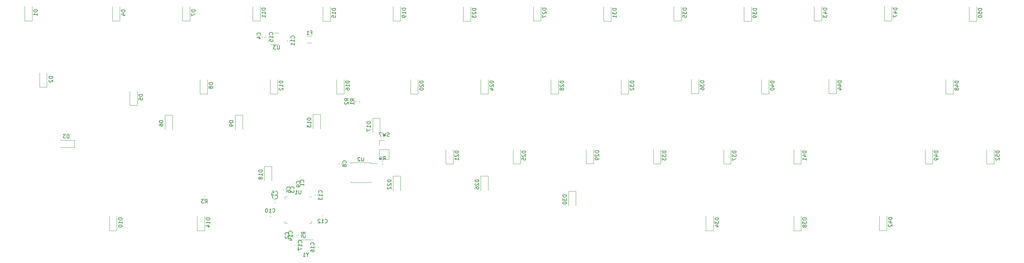
<source format=gbr>
%TF.GenerationSoftware,KiCad,Pcbnew,(6.0.6)*%
%TF.CreationDate,2022-08-10T17:01:52+02:00*%
%TF.ProjectId,rabid40,72616269-6434-4302-9e6b-696361645f70,rev?*%
%TF.SameCoordinates,Original*%
%TF.FileFunction,Legend,Bot*%
%TF.FilePolarity,Positive*%
%FSLAX46Y46*%
G04 Gerber Fmt 4.6, Leading zero omitted, Abs format (unit mm)*
G04 Created by KiCad (PCBNEW (6.0.6)) date 2022-08-10 17:01:52*
%MOMM*%
%LPD*%
G01*
G04 APERTURE LIST*
%ADD10C,0.150000*%
%ADD11C,0.120000*%
G04 APERTURE END LIST*
D10*
%TO.C,C11*%
X99184642Y-55668392D02*
X99232261Y-55620773D01*
X99279880Y-55477916D01*
X99279880Y-55382678D01*
X99232261Y-55239821D01*
X99137023Y-55144583D01*
X99041785Y-55096964D01*
X98851309Y-55049345D01*
X98708452Y-55049345D01*
X98517976Y-55096964D01*
X98422738Y-55144583D01*
X98327500Y-55239821D01*
X98279880Y-55382678D01*
X98279880Y-55477916D01*
X98327500Y-55620773D01*
X98375119Y-55668392D01*
X99279880Y-56620773D02*
X99279880Y-56049345D01*
X99279880Y-56335059D02*
X98279880Y-56335059D01*
X98422738Y-56239821D01*
X98517976Y-56144583D01*
X98565595Y-56049345D01*
X99279880Y-57573154D02*
X99279880Y-57001726D01*
X99279880Y-57287440D02*
X98279880Y-57287440D01*
X98422738Y-57192202D01*
X98517976Y-57096964D01*
X98565595Y-57001726D01*
%TO.C,D32*%
X191394880Y-67356964D02*
X190394880Y-67356964D01*
X190394880Y-67595059D01*
X190442500Y-67737916D01*
X190537738Y-67833154D01*
X190632976Y-67880773D01*
X190823452Y-67928392D01*
X190966309Y-67928392D01*
X191156785Y-67880773D01*
X191252023Y-67833154D01*
X191347261Y-67737916D01*
X191394880Y-67595059D01*
X191394880Y-67356964D01*
X190394880Y-68261726D02*
X190394880Y-68880773D01*
X190775833Y-68547440D01*
X190775833Y-68690297D01*
X190823452Y-68785535D01*
X190871071Y-68833154D01*
X190966309Y-68880773D01*
X191204404Y-68880773D01*
X191299642Y-68833154D01*
X191347261Y-68785535D01*
X191394880Y-68690297D01*
X191394880Y-68404583D01*
X191347261Y-68309345D01*
X191299642Y-68261726D01*
X190490119Y-69261726D02*
X190442500Y-69309345D01*
X190394880Y-69404583D01*
X190394880Y-69642678D01*
X190442500Y-69737916D01*
X190490119Y-69785535D01*
X190585357Y-69833154D01*
X190680595Y-69833154D01*
X190823452Y-69785535D01*
X191394880Y-69214107D01*
X191394880Y-69833154D01*
%TO.C,U1*%
X101016904Y-97129880D02*
X101016904Y-97939404D01*
X100969285Y-98034642D01*
X100921666Y-98082261D01*
X100826428Y-98129880D01*
X100635952Y-98129880D01*
X100540714Y-98082261D01*
X100493095Y-98034642D01*
X100445476Y-97939404D01*
X100445476Y-97129880D01*
X99445476Y-98129880D02*
X100016904Y-98129880D01*
X99731190Y-98129880D02*
X99731190Y-97129880D01*
X99826428Y-97272738D01*
X99921666Y-97367976D01*
X100016904Y-97415595D01*
%TO.C,D1*%
X29469880Y-47989404D02*
X28469880Y-47989404D01*
X28469880Y-48227500D01*
X28517500Y-48370357D01*
X28612738Y-48465595D01*
X28707976Y-48513214D01*
X28898452Y-48560833D01*
X29041309Y-48560833D01*
X29231785Y-48513214D01*
X29327023Y-48465595D01*
X29422261Y-48370357D01*
X29469880Y-48227500D01*
X29469880Y-47989404D01*
X29469880Y-49513214D02*
X29469880Y-48941785D01*
X29469880Y-49227500D02*
X28469880Y-49227500D01*
X28612738Y-49132261D01*
X28707976Y-49037023D01*
X28755595Y-48941785D01*
%TO.C,D20*%
X134244880Y-67356964D02*
X133244880Y-67356964D01*
X133244880Y-67595059D01*
X133292500Y-67737916D01*
X133387738Y-67833154D01*
X133482976Y-67880773D01*
X133673452Y-67928392D01*
X133816309Y-67928392D01*
X134006785Y-67880773D01*
X134102023Y-67833154D01*
X134197261Y-67737916D01*
X134244880Y-67595059D01*
X134244880Y-67356964D01*
X133340119Y-68309345D02*
X133292500Y-68356964D01*
X133244880Y-68452202D01*
X133244880Y-68690297D01*
X133292500Y-68785535D01*
X133340119Y-68833154D01*
X133435357Y-68880773D01*
X133530595Y-68880773D01*
X133673452Y-68833154D01*
X134244880Y-68261726D01*
X134244880Y-68880773D01*
X133244880Y-69499821D02*
X133244880Y-69595059D01*
X133292500Y-69690297D01*
X133340119Y-69737916D01*
X133435357Y-69785535D01*
X133625833Y-69833154D01*
X133863928Y-69833154D01*
X134054404Y-69785535D01*
X134149642Y-69737916D01*
X134197261Y-69690297D01*
X134244880Y-69595059D01*
X134244880Y-69499821D01*
X134197261Y-69404583D01*
X134149642Y-69356964D01*
X134054404Y-69309345D01*
X133863928Y-69261726D01*
X133625833Y-69261726D01*
X133435357Y-69309345D01*
X133340119Y-69356964D01*
X133292500Y-69404583D01*
X133244880Y-69499821D01*
%TO.C,D44*%
X247751130Y-67294464D02*
X246751130Y-67294464D01*
X246751130Y-67532559D01*
X246798750Y-67675416D01*
X246893988Y-67770654D01*
X246989226Y-67818273D01*
X247179702Y-67865892D01*
X247322559Y-67865892D01*
X247513035Y-67818273D01*
X247608273Y-67770654D01*
X247703511Y-67675416D01*
X247751130Y-67532559D01*
X247751130Y-67294464D01*
X247084464Y-68723035D02*
X247751130Y-68723035D01*
X246703511Y-68484940D02*
X247417797Y-68246845D01*
X247417797Y-68865892D01*
X247084464Y-69675416D02*
X247751130Y-69675416D01*
X246703511Y-69437321D02*
X247417797Y-69199226D01*
X247417797Y-69818273D01*
%TO.C,C6*%
X98054642Y-96770833D02*
X98102261Y-96723214D01*
X98149880Y-96580357D01*
X98149880Y-96485119D01*
X98102261Y-96342261D01*
X98007023Y-96247023D01*
X97911785Y-96199404D01*
X97721309Y-96151785D01*
X97578452Y-96151785D01*
X97387976Y-96199404D01*
X97292738Y-96247023D01*
X97197500Y-96342261D01*
X97149880Y-96485119D01*
X97149880Y-96580357D01*
X97197500Y-96723214D01*
X97245119Y-96770833D01*
X97149880Y-97627976D02*
X97149880Y-97437500D01*
X97197500Y-97342261D01*
X97245119Y-97294642D01*
X97387976Y-97199404D01*
X97578452Y-97151785D01*
X97959404Y-97151785D01*
X98054642Y-97199404D01*
X98102261Y-97247023D01*
X98149880Y-97342261D01*
X98149880Y-97532738D01*
X98102261Y-97627976D01*
X98054642Y-97675595D01*
X97959404Y-97723214D01*
X97721309Y-97723214D01*
X97626071Y-97675595D01*
X97578452Y-97627976D01*
X97530833Y-97532738D01*
X97530833Y-97342261D01*
X97578452Y-97247023D01*
X97626071Y-97199404D01*
X97721309Y-97151785D01*
%TO.C,D39*%
X224732380Y-47575714D02*
X223732380Y-47575714D01*
X223732380Y-47813809D01*
X223780000Y-47956666D01*
X223875238Y-48051904D01*
X223970476Y-48099523D01*
X224160952Y-48147142D01*
X224303809Y-48147142D01*
X224494285Y-48099523D01*
X224589523Y-48051904D01*
X224684761Y-47956666D01*
X224732380Y-47813809D01*
X224732380Y-47575714D01*
X223732380Y-48480476D02*
X223732380Y-49099523D01*
X224113333Y-48766190D01*
X224113333Y-48909047D01*
X224160952Y-49004285D01*
X224208571Y-49051904D01*
X224303809Y-49099523D01*
X224541904Y-49099523D01*
X224637142Y-49051904D01*
X224684761Y-49004285D01*
X224732380Y-48909047D01*
X224732380Y-48623333D01*
X224684761Y-48528095D01*
X224637142Y-48480476D01*
X224732380Y-49575714D02*
X224732380Y-49766190D01*
X224684761Y-49861428D01*
X224637142Y-49909047D01*
X224494285Y-50004285D01*
X224303809Y-50051904D01*
X223922857Y-50051904D01*
X223827619Y-50004285D01*
X223780000Y-49956666D01*
X223732380Y-49861428D01*
X223732380Y-49670952D01*
X223780000Y-49575714D01*
X223827619Y-49528095D01*
X223922857Y-49480476D01*
X224160952Y-49480476D01*
X224256190Y-49528095D01*
X224303809Y-49575714D01*
X224351428Y-49670952D01*
X224351428Y-49861428D01*
X224303809Y-49956666D01*
X224256190Y-50004285D01*
X224160952Y-50051904D01*
%TO.C,D15*%
X110432380Y-47575714D02*
X109432380Y-47575714D01*
X109432380Y-47813809D01*
X109480000Y-47956666D01*
X109575238Y-48051904D01*
X109670476Y-48099523D01*
X109860952Y-48147142D01*
X110003809Y-48147142D01*
X110194285Y-48099523D01*
X110289523Y-48051904D01*
X110384761Y-47956666D01*
X110432380Y-47813809D01*
X110432380Y-47575714D01*
X110432380Y-49099523D02*
X110432380Y-48528095D01*
X110432380Y-48813809D02*
X109432380Y-48813809D01*
X109575238Y-48718571D01*
X109670476Y-48623333D01*
X109718095Y-48528095D01*
X109432380Y-50004285D02*
X109432380Y-49528095D01*
X109908571Y-49480476D01*
X109860952Y-49528095D01*
X109813333Y-49623333D01*
X109813333Y-49861428D01*
X109860952Y-49956666D01*
X109908571Y-50004285D01*
X110003809Y-50051904D01*
X110241904Y-50051904D01*
X110337142Y-50004285D01*
X110384761Y-49956666D01*
X110432380Y-49861428D01*
X110432380Y-49623333D01*
X110384761Y-49528095D01*
X110337142Y-49480476D01*
%TO.C,D26*%
X149294880Y-94281964D02*
X148294880Y-94281964D01*
X148294880Y-94520059D01*
X148342500Y-94662916D01*
X148437738Y-94758154D01*
X148532976Y-94805773D01*
X148723452Y-94853392D01*
X148866309Y-94853392D01*
X149056785Y-94805773D01*
X149152023Y-94758154D01*
X149247261Y-94662916D01*
X149294880Y-94520059D01*
X149294880Y-94281964D01*
X148390119Y-95234345D02*
X148342500Y-95281964D01*
X148294880Y-95377202D01*
X148294880Y-95615297D01*
X148342500Y-95710535D01*
X148390119Y-95758154D01*
X148485357Y-95805773D01*
X148580595Y-95805773D01*
X148723452Y-95758154D01*
X149294880Y-95186726D01*
X149294880Y-95805773D01*
X148294880Y-96662916D02*
X148294880Y-96472440D01*
X148342500Y-96377202D01*
X148390119Y-96329583D01*
X148532976Y-96234345D01*
X148723452Y-96186726D01*
X149104404Y-96186726D01*
X149199642Y-96234345D01*
X149247261Y-96281964D01*
X149294880Y-96377202D01*
X149294880Y-96567678D01*
X149247261Y-96662916D01*
X149199642Y-96710535D01*
X149104404Y-96758154D01*
X148866309Y-96758154D01*
X148771071Y-96710535D01*
X148723452Y-96662916D01*
X148675833Y-96567678D01*
X148675833Y-96377202D01*
X148723452Y-96281964D01*
X148771071Y-96234345D01*
X148866309Y-96186726D01*
%TO.C,D4*%
X53282380Y-47989404D02*
X52282380Y-47989404D01*
X52282380Y-48227500D01*
X52330000Y-48370357D01*
X52425238Y-48465595D01*
X52520476Y-48513214D01*
X52710952Y-48560833D01*
X52853809Y-48560833D01*
X53044285Y-48513214D01*
X53139523Y-48465595D01*
X53234761Y-48370357D01*
X53282380Y-48227500D01*
X53282380Y-47989404D01*
X52615714Y-49417976D02*
X53282380Y-49417976D01*
X52234761Y-49179880D02*
X52949047Y-48941785D01*
X52949047Y-49560833D01*
%TO.C,R4*%
X123306666Y-88842380D02*
X123640000Y-88366190D01*
X123878095Y-88842380D02*
X123878095Y-87842380D01*
X123497142Y-87842380D01*
X123401904Y-87890000D01*
X123354285Y-87937619D01*
X123306666Y-88032857D01*
X123306666Y-88175714D01*
X123354285Y-88270952D01*
X123401904Y-88318571D01*
X123497142Y-88366190D01*
X123878095Y-88366190D01*
X122449523Y-88175714D02*
X122449523Y-88842380D01*
X122687619Y-87794761D02*
X122925714Y-88509047D01*
X122306666Y-88509047D01*
%TO.C,C4*%
X89990892Y-54868333D02*
X90038511Y-54820714D01*
X90086130Y-54677857D01*
X90086130Y-54582619D01*
X90038511Y-54439761D01*
X89943273Y-54344523D01*
X89848035Y-54296904D01*
X89657559Y-54249285D01*
X89514702Y-54249285D01*
X89324226Y-54296904D01*
X89228988Y-54344523D01*
X89133750Y-54439761D01*
X89086130Y-54582619D01*
X89086130Y-54677857D01*
X89133750Y-54820714D01*
X89181369Y-54868333D01*
X89419464Y-55725476D02*
X90086130Y-55725476D01*
X89038511Y-55487380D02*
X89752797Y-55249285D01*
X89752797Y-55868333D01*
%TO.C,D10*%
X52488630Y-104663214D02*
X51488630Y-104663214D01*
X51488630Y-104901309D01*
X51536250Y-105044166D01*
X51631488Y-105139404D01*
X51726726Y-105187023D01*
X51917202Y-105234642D01*
X52060059Y-105234642D01*
X52250535Y-105187023D01*
X52345773Y-105139404D01*
X52441011Y-105044166D01*
X52488630Y-104901309D01*
X52488630Y-104663214D01*
X52488630Y-106187023D02*
X52488630Y-105615595D01*
X52488630Y-105901309D02*
X51488630Y-105901309D01*
X51631488Y-105806071D01*
X51726726Y-105710833D01*
X51774345Y-105615595D01*
X51488630Y-106806071D02*
X51488630Y-106901309D01*
X51536250Y-106996547D01*
X51583869Y-107044166D01*
X51679107Y-107091785D01*
X51869583Y-107139404D01*
X52107678Y-107139404D01*
X52298154Y-107091785D01*
X52393392Y-107044166D01*
X52441011Y-106996547D01*
X52488630Y-106901309D01*
X52488630Y-106806071D01*
X52441011Y-106710833D01*
X52393392Y-106663214D01*
X52298154Y-106615595D01*
X52107678Y-106567976D01*
X51869583Y-106567976D01*
X51679107Y-106615595D01*
X51583869Y-106663214D01*
X51536250Y-106710833D01*
X51488630Y-106806071D01*
%TO.C,D24*%
X153294880Y-67356964D02*
X152294880Y-67356964D01*
X152294880Y-67595059D01*
X152342500Y-67737916D01*
X152437738Y-67833154D01*
X152532976Y-67880773D01*
X152723452Y-67928392D01*
X152866309Y-67928392D01*
X153056785Y-67880773D01*
X153152023Y-67833154D01*
X153247261Y-67737916D01*
X153294880Y-67595059D01*
X153294880Y-67356964D01*
X152390119Y-68309345D02*
X152342500Y-68356964D01*
X152294880Y-68452202D01*
X152294880Y-68690297D01*
X152342500Y-68785535D01*
X152390119Y-68833154D01*
X152485357Y-68880773D01*
X152580595Y-68880773D01*
X152723452Y-68833154D01*
X153294880Y-68261726D01*
X153294880Y-68880773D01*
X152628214Y-69737916D02*
X153294880Y-69737916D01*
X152247261Y-69499821D02*
X152961547Y-69261726D01*
X152961547Y-69880773D01*
%TO.C,SW7*%
X124963333Y-82394761D02*
X124820476Y-82442380D01*
X124582380Y-82442380D01*
X124487142Y-82394761D01*
X124439523Y-82347142D01*
X124391904Y-82251904D01*
X124391904Y-82156666D01*
X124439523Y-82061428D01*
X124487142Y-82013809D01*
X124582380Y-81966190D01*
X124772857Y-81918571D01*
X124868095Y-81870952D01*
X124915714Y-81823333D01*
X124963333Y-81728095D01*
X124963333Y-81632857D01*
X124915714Y-81537619D01*
X124868095Y-81490000D01*
X124772857Y-81442380D01*
X124534761Y-81442380D01*
X124391904Y-81490000D01*
X124058571Y-81442380D02*
X123820476Y-82442380D01*
X123630000Y-81728095D01*
X123439523Y-82442380D01*
X123201428Y-81442380D01*
X122915714Y-81442380D02*
X122249047Y-81442380D01*
X122677619Y-82442380D01*
%TO.C,C5*%
X94064166Y-98284642D02*
X94111785Y-98332261D01*
X94254642Y-98379880D01*
X94349880Y-98379880D01*
X94492738Y-98332261D01*
X94587976Y-98237023D01*
X94635595Y-98141785D01*
X94683214Y-97951309D01*
X94683214Y-97808452D01*
X94635595Y-97617976D01*
X94587976Y-97522738D01*
X94492738Y-97427500D01*
X94349880Y-97379880D01*
X94254642Y-97379880D01*
X94111785Y-97427500D01*
X94064166Y-97475119D01*
X93159404Y-97379880D02*
X93635595Y-97379880D01*
X93683214Y-97856071D01*
X93635595Y-97808452D01*
X93540357Y-97760833D01*
X93302261Y-97760833D01*
X93207023Y-97808452D01*
X93159404Y-97856071D01*
X93111785Y-97951309D01*
X93111785Y-98189404D01*
X93159404Y-98284642D01*
X93207023Y-98332261D01*
X93302261Y-98379880D01*
X93540357Y-98379880D01*
X93635595Y-98332261D01*
X93683214Y-98284642D01*
%TO.C,D28*%
X172344880Y-67356964D02*
X171344880Y-67356964D01*
X171344880Y-67595059D01*
X171392500Y-67737916D01*
X171487738Y-67833154D01*
X171582976Y-67880773D01*
X171773452Y-67928392D01*
X171916309Y-67928392D01*
X172106785Y-67880773D01*
X172202023Y-67833154D01*
X172297261Y-67737916D01*
X172344880Y-67595059D01*
X172344880Y-67356964D01*
X171440119Y-68309345D02*
X171392500Y-68356964D01*
X171344880Y-68452202D01*
X171344880Y-68690297D01*
X171392500Y-68785535D01*
X171440119Y-68833154D01*
X171535357Y-68880773D01*
X171630595Y-68880773D01*
X171773452Y-68833154D01*
X172344880Y-68261726D01*
X172344880Y-68880773D01*
X171773452Y-69452202D02*
X171725833Y-69356964D01*
X171678214Y-69309345D01*
X171582976Y-69261726D01*
X171535357Y-69261726D01*
X171440119Y-69309345D01*
X171392500Y-69356964D01*
X171344880Y-69452202D01*
X171344880Y-69642678D01*
X171392500Y-69737916D01*
X171440119Y-69785535D01*
X171535357Y-69833154D01*
X171582976Y-69833154D01*
X171678214Y-69785535D01*
X171725833Y-69737916D01*
X171773452Y-69642678D01*
X171773452Y-69452202D01*
X171821071Y-69356964D01*
X171868690Y-69309345D01*
X171963928Y-69261726D01*
X172154404Y-69261726D01*
X172249642Y-69309345D01*
X172297261Y-69356964D01*
X172344880Y-69452202D01*
X172344880Y-69642678D01*
X172297261Y-69737916D01*
X172249642Y-69785535D01*
X172154404Y-69833154D01*
X171963928Y-69833154D01*
X171868690Y-69785535D01*
X171821071Y-69737916D01*
X171773452Y-69642678D01*
%TO.C,D49*%
X273944880Y-86406964D02*
X272944880Y-86406964D01*
X272944880Y-86645059D01*
X272992500Y-86787916D01*
X273087738Y-86883154D01*
X273182976Y-86930773D01*
X273373452Y-86978392D01*
X273516309Y-86978392D01*
X273706785Y-86930773D01*
X273802023Y-86883154D01*
X273897261Y-86787916D01*
X273944880Y-86645059D01*
X273944880Y-86406964D01*
X273278214Y-87835535D02*
X273944880Y-87835535D01*
X272897261Y-87597440D02*
X273611547Y-87359345D01*
X273611547Y-87978392D01*
X273944880Y-88406964D02*
X273944880Y-88597440D01*
X273897261Y-88692678D01*
X273849642Y-88740297D01*
X273706785Y-88835535D01*
X273516309Y-88883154D01*
X273135357Y-88883154D01*
X273040119Y-88835535D01*
X272992500Y-88787916D01*
X272944880Y-88692678D01*
X272944880Y-88502202D01*
X272992500Y-88406964D01*
X273040119Y-88359345D01*
X273135357Y-88311726D01*
X273373452Y-88311726D01*
X273468690Y-88359345D01*
X273516309Y-88406964D01*
X273563928Y-88502202D01*
X273563928Y-88692678D01*
X273516309Y-88787916D01*
X273468690Y-88835535D01*
X273373452Y-88883154D01*
%TO.C,D3*%
X38074345Y-82898630D02*
X38074345Y-81898630D01*
X37836250Y-81898630D01*
X37693392Y-81946250D01*
X37598154Y-82041488D01*
X37550535Y-82136726D01*
X37502916Y-82327202D01*
X37502916Y-82470059D01*
X37550535Y-82660535D01*
X37598154Y-82755773D01*
X37693392Y-82851011D01*
X37836250Y-82898630D01*
X38074345Y-82898630D01*
X37169583Y-81898630D02*
X36550535Y-81898630D01*
X36883869Y-82279583D01*
X36741011Y-82279583D01*
X36645773Y-82327202D01*
X36598154Y-82374821D01*
X36550535Y-82470059D01*
X36550535Y-82708154D01*
X36598154Y-82803392D01*
X36645773Y-82851011D01*
X36741011Y-82898630D01*
X37026726Y-82898630D01*
X37121964Y-82851011D01*
X37169583Y-82803392D01*
%TO.C,D17*%
X119926130Y-78469464D02*
X118926130Y-78469464D01*
X118926130Y-78707559D01*
X118973750Y-78850416D01*
X119068988Y-78945654D01*
X119164226Y-78993273D01*
X119354702Y-79040892D01*
X119497559Y-79040892D01*
X119688035Y-78993273D01*
X119783273Y-78945654D01*
X119878511Y-78850416D01*
X119926130Y-78707559D01*
X119926130Y-78469464D01*
X119926130Y-79993273D02*
X119926130Y-79421845D01*
X119926130Y-79707559D02*
X118926130Y-79707559D01*
X119068988Y-79612321D01*
X119164226Y-79517083D01*
X119211845Y-79421845D01*
X118926130Y-80326607D02*
X118926130Y-80993273D01*
X119926130Y-80564702D01*
%TO.C,D47*%
X262832380Y-47450714D02*
X261832380Y-47450714D01*
X261832380Y-47688809D01*
X261880000Y-47831666D01*
X261975238Y-47926904D01*
X262070476Y-47974523D01*
X262260952Y-48022142D01*
X262403809Y-48022142D01*
X262594285Y-47974523D01*
X262689523Y-47926904D01*
X262784761Y-47831666D01*
X262832380Y-47688809D01*
X262832380Y-47450714D01*
X262165714Y-48879285D02*
X262832380Y-48879285D01*
X261784761Y-48641190D02*
X262499047Y-48403095D01*
X262499047Y-49022142D01*
X261832380Y-49307857D02*
X261832380Y-49974523D01*
X262832380Y-49545952D01*
%TO.C,D42*%
X261477380Y-104535714D02*
X260477380Y-104535714D01*
X260477380Y-104773809D01*
X260525000Y-104916666D01*
X260620238Y-105011904D01*
X260715476Y-105059523D01*
X260905952Y-105107142D01*
X261048809Y-105107142D01*
X261239285Y-105059523D01*
X261334523Y-105011904D01*
X261429761Y-104916666D01*
X261477380Y-104773809D01*
X261477380Y-104535714D01*
X260810714Y-105964285D02*
X261477380Y-105964285D01*
X260429761Y-105726190D02*
X261144047Y-105488095D01*
X261144047Y-106107142D01*
X260572619Y-106440476D02*
X260525000Y-106488095D01*
X260477380Y-106583333D01*
X260477380Y-106821428D01*
X260525000Y-106916666D01*
X260572619Y-106964285D01*
X260667857Y-107011904D01*
X260763095Y-107011904D01*
X260905952Y-106964285D01*
X261477380Y-106392857D01*
X261477380Y-107011904D01*
%TO.C,D50*%
X285851130Y-47575714D02*
X284851130Y-47575714D01*
X284851130Y-47813809D01*
X284898750Y-47956666D01*
X284993988Y-48051904D01*
X285089226Y-48099523D01*
X285279702Y-48147142D01*
X285422559Y-48147142D01*
X285613035Y-48099523D01*
X285708273Y-48051904D01*
X285803511Y-47956666D01*
X285851130Y-47813809D01*
X285851130Y-47575714D01*
X284851130Y-49051904D02*
X284851130Y-48575714D01*
X285327321Y-48528095D01*
X285279702Y-48575714D01*
X285232083Y-48670952D01*
X285232083Y-48909047D01*
X285279702Y-49004285D01*
X285327321Y-49051904D01*
X285422559Y-49099523D01*
X285660654Y-49099523D01*
X285755892Y-49051904D01*
X285803511Y-49004285D01*
X285851130Y-48909047D01*
X285851130Y-48670952D01*
X285803511Y-48575714D01*
X285755892Y-48528095D01*
X284851130Y-49718571D02*
X284851130Y-49813809D01*
X284898750Y-49909047D01*
X284946369Y-49956666D01*
X285041607Y-50004285D01*
X285232083Y-50051904D01*
X285470178Y-50051904D01*
X285660654Y-50004285D01*
X285755892Y-49956666D01*
X285803511Y-49909047D01*
X285851130Y-49813809D01*
X285851130Y-49718571D01*
X285803511Y-49623333D01*
X285755892Y-49575714D01*
X285660654Y-49528095D01*
X285470178Y-49480476D01*
X285232083Y-49480476D01*
X285041607Y-49528095D01*
X284946369Y-49575714D01*
X284898750Y-49623333D01*
X284851130Y-49718571D01*
%TO.C,D8*%
X77094880Y-67833154D02*
X76094880Y-67833154D01*
X76094880Y-68071250D01*
X76142500Y-68214107D01*
X76237738Y-68309345D01*
X76332976Y-68356964D01*
X76523452Y-68404583D01*
X76666309Y-68404583D01*
X76856785Y-68356964D01*
X76952023Y-68309345D01*
X77047261Y-68214107D01*
X77094880Y-68071250D01*
X77094880Y-67833154D01*
X76523452Y-68976011D02*
X76475833Y-68880773D01*
X76428214Y-68833154D01*
X76332976Y-68785535D01*
X76285357Y-68785535D01*
X76190119Y-68833154D01*
X76142500Y-68880773D01*
X76094880Y-68976011D01*
X76094880Y-69166488D01*
X76142500Y-69261726D01*
X76190119Y-69309345D01*
X76285357Y-69356964D01*
X76332976Y-69356964D01*
X76428214Y-69309345D01*
X76475833Y-69261726D01*
X76523452Y-69166488D01*
X76523452Y-68976011D01*
X76571071Y-68880773D01*
X76618690Y-68833154D01*
X76713928Y-68785535D01*
X76904404Y-68785535D01*
X76999642Y-68833154D01*
X77047261Y-68880773D01*
X77094880Y-68976011D01*
X77094880Y-69166488D01*
X77047261Y-69261726D01*
X76999642Y-69309345D01*
X76904404Y-69356964D01*
X76713928Y-69356964D01*
X76618690Y-69309345D01*
X76571071Y-69261726D01*
X76523452Y-69166488D01*
%TO.C,R5*%
X102249880Y-109060833D02*
X101773690Y-108727500D01*
X102249880Y-108489404D02*
X101249880Y-108489404D01*
X101249880Y-108870357D01*
X101297500Y-108965595D01*
X101345119Y-109013214D01*
X101440357Y-109060833D01*
X101583214Y-109060833D01*
X101678452Y-109013214D01*
X101726071Y-108965595D01*
X101773690Y-108870357D01*
X101773690Y-108489404D01*
X101249880Y-109965595D02*
X101249880Y-109489404D01*
X101726071Y-109441785D01*
X101678452Y-109489404D01*
X101630833Y-109584642D01*
X101630833Y-109822738D01*
X101678452Y-109917976D01*
X101726071Y-109965595D01*
X101821309Y-110013214D01*
X102059404Y-110013214D01*
X102154642Y-109965595D01*
X102202261Y-109917976D01*
X102249880Y-109822738D01*
X102249880Y-109584642D01*
X102202261Y-109489404D01*
X102154642Y-109441785D01*
%TO.C,D48*%
X279501130Y-67356964D02*
X278501130Y-67356964D01*
X278501130Y-67595059D01*
X278548750Y-67737916D01*
X278643988Y-67833154D01*
X278739226Y-67880773D01*
X278929702Y-67928392D01*
X279072559Y-67928392D01*
X279263035Y-67880773D01*
X279358273Y-67833154D01*
X279453511Y-67737916D01*
X279501130Y-67595059D01*
X279501130Y-67356964D01*
X278834464Y-68785535D02*
X279501130Y-68785535D01*
X278453511Y-68547440D02*
X279167797Y-68309345D01*
X279167797Y-68928392D01*
X278929702Y-69452202D02*
X278882083Y-69356964D01*
X278834464Y-69309345D01*
X278739226Y-69261726D01*
X278691607Y-69261726D01*
X278596369Y-69309345D01*
X278548750Y-69356964D01*
X278501130Y-69452202D01*
X278501130Y-69642678D01*
X278548750Y-69737916D01*
X278596369Y-69785535D01*
X278691607Y-69833154D01*
X278739226Y-69833154D01*
X278834464Y-69785535D01*
X278882083Y-69737916D01*
X278929702Y-69642678D01*
X278929702Y-69452202D01*
X278977321Y-69356964D01*
X279024940Y-69309345D01*
X279120178Y-69261726D01*
X279310654Y-69261726D01*
X279405892Y-69309345D01*
X279453511Y-69356964D01*
X279501130Y-69452202D01*
X279501130Y-69642678D01*
X279453511Y-69737916D01*
X279405892Y-69785535D01*
X279310654Y-69833154D01*
X279120178Y-69833154D01*
X279024940Y-69785535D01*
X278977321Y-69737916D01*
X278929702Y-69642678D01*
%TO.C,D34*%
X214413630Y-104600714D02*
X213413630Y-104600714D01*
X213413630Y-104838809D01*
X213461250Y-104981666D01*
X213556488Y-105076904D01*
X213651726Y-105124523D01*
X213842202Y-105172142D01*
X213985059Y-105172142D01*
X214175535Y-105124523D01*
X214270773Y-105076904D01*
X214366011Y-104981666D01*
X214413630Y-104838809D01*
X214413630Y-104600714D01*
X213413630Y-105505476D02*
X213413630Y-106124523D01*
X213794583Y-105791190D01*
X213794583Y-105934047D01*
X213842202Y-106029285D01*
X213889821Y-106076904D01*
X213985059Y-106124523D01*
X214223154Y-106124523D01*
X214318392Y-106076904D01*
X214366011Y-106029285D01*
X214413630Y-105934047D01*
X214413630Y-105648333D01*
X214366011Y-105553095D01*
X214318392Y-105505476D01*
X213746964Y-106981666D02*
X214413630Y-106981666D01*
X213366011Y-106743571D02*
X214080297Y-106505476D01*
X214080297Y-107124523D01*
%TO.C,D30*%
X173107380Y-98375714D02*
X172107380Y-98375714D01*
X172107380Y-98613809D01*
X172155000Y-98756666D01*
X172250238Y-98851904D01*
X172345476Y-98899523D01*
X172535952Y-98947142D01*
X172678809Y-98947142D01*
X172869285Y-98899523D01*
X172964523Y-98851904D01*
X173059761Y-98756666D01*
X173107380Y-98613809D01*
X173107380Y-98375714D01*
X172107380Y-99280476D02*
X172107380Y-99899523D01*
X172488333Y-99566190D01*
X172488333Y-99709047D01*
X172535952Y-99804285D01*
X172583571Y-99851904D01*
X172678809Y-99899523D01*
X172916904Y-99899523D01*
X173012142Y-99851904D01*
X173059761Y-99804285D01*
X173107380Y-99709047D01*
X173107380Y-99423333D01*
X173059761Y-99328095D01*
X173012142Y-99280476D01*
X172107380Y-100518571D02*
X172107380Y-100613809D01*
X172155000Y-100709047D01*
X172202619Y-100756666D01*
X172297857Y-100804285D01*
X172488333Y-100851904D01*
X172726428Y-100851904D01*
X172916904Y-100804285D01*
X173012142Y-100756666D01*
X173059761Y-100709047D01*
X173107380Y-100613809D01*
X173107380Y-100518571D01*
X173059761Y-100423333D01*
X173012142Y-100375714D01*
X172916904Y-100328095D01*
X172726428Y-100280476D01*
X172488333Y-100280476D01*
X172297857Y-100328095D01*
X172202619Y-100375714D01*
X172155000Y-100423333D01*
X172107380Y-100518571D01*
%TO.C,U2*%
X118049404Y-88174880D02*
X118049404Y-88984404D01*
X118001785Y-89079642D01*
X117954166Y-89127261D01*
X117858928Y-89174880D01*
X117668452Y-89174880D01*
X117573214Y-89127261D01*
X117525595Y-89079642D01*
X117477976Y-88984404D01*
X117477976Y-88174880D01*
X117049404Y-88270119D02*
X117001785Y-88222500D01*
X116906547Y-88174880D01*
X116668452Y-88174880D01*
X116573214Y-88222500D01*
X116525595Y-88270119D01*
X116477976Y-88365357D01*
X116477976Y-88460595D01*
X116525595Y-88603452D01*
X117097023Y-89174880D01*
X116477976Y-89174880D01*
%TO.C,D23*%
X148532380Y-47575714D02*
X147532380Y-47575714D01*
X147532380Y-47813809D01*
X147580000Y-47956666D01*
X147675238Y-48051904D01*
X147770476Y-48099523D01*
X147960952Y-48147142D01*
X148103809Y-48147142D01*
X148294285Y-48099523D01*
X148389523Y-48051904D01*
X148484761Y-47956666D01*
X148532380Y-47813809D01*
X148532380Y-47575714D01*
X147627619Y-48528095D02*
X147580000Y-48575714D01*
X147532380Y-48670952D01*
X147532380Y-48909047D01*
X147580000Y-49004285D01*
X147627619Y-49051904D01*
X147722857Y-49099523D01*
X147818095Y-49099523D01*
X147960952Y-49051904D01*
X148532380Y-48480476D01*
X148532380Y-49099523D01*
X147532380Y-49432857D02*
X147532380Y-50051904D01*
X147913333Y-49718571D01*
X147913333Y-49861428D01*
X147960952Y-49956666D01*
X148008571Y-50004285D01*
X148103809Y-50051904D01*
X148341904Y-50051904D01*
X148437142Y-50004285D01*
X148484761Y-49956666D01*
X148532380Y-49861428D01*
X148532380Y-49575714D01*
X148484761Y-49480476D01*
X148437142Y-49432857D01*
%TO.C,D41*%
X238226130Y-86406964D02*
X237226130Y-86406964D01*
X237226130Y-86645059D01*
X237273750Y-86787916D01*
X237368988Y-86883154D01*
X237464226Y-86930773D01*
X237654702Y-86978392D01*
X237797559Y-86978392D01*
X237988035Y-86930773D01*
X238083273Y-86883154D01*
X238178511Y-86787916D01*
X238226130Y-86645059D01*
X238226130Y-86406964D01*
X237559464Y-87835535D02*
X238226130Y-87835535D01*
X237178511Y-87597440D02*
X237892797Y-87359345D01*
X237892797Y-87978392D01*
X238226130Y-88883154D02*
X238226130Y-88311726D01*
X238226130Y-88597440D02*
X237226130Y-88597440D01*
X237368988Y-88502202D01*
X237464226Y-88406964D01*
X237511845Y-88311726D01*
%TO.C,D9*%
X82619880Y-78151904D02*
X81619880Y-78151904D01*
X81619880Y-78390000D01*
X81667500Y-78532857D01*
X81762738Y-78628095D01*
X81857976Y-78675714D01*
X82048452Y-78723333D01*
X82191309Y-78723333D01*
X82381785Y-78675714D01*
X82477023Y-78628095D01*
X82572261Y-78532857D01*
X82619880Y-78390000D01*
X82619880Y-78151904D01*
X82619880Y-79199523D02*
X82619880Y-79390000D01*
X82572261Y-79485238D01*
X82524642Y-79532857D01*
X82381785Y-79628095D01*
X82191309Y-79675714D01*
X81810357Y-79675714D01*
X81715119Y-79628095D01*
X81667500Y-79580476D01*
X81619880Y-79485238D01*
X81619880Y-79294761D01*
X81667500Y-79199523D01*
X81715119Y-79151904D01*
X81810357Y-79104285D01*
X82048452Y-79104285D01*
X82143690Y-79151904D01*
X82191309Y-79199523D01*
X82238928Y-79294761D01*
X82238928Y-79485238D01*
X82191309Y-79580476D01*
X82143690Y-79628095D01*
X82048452Y-79675714D01*
%TO.C,D12*%
X96144880Y-67356964D02*
X95144880Y-67356964D01*
X95144880Y-67595059D01*
X95192500Y-67737916D01*
X95287738Y-67833154D01*
X95382976Y-67880773D01*
X95573452Y-67928392D01*
X95716309Y-67928392D01*
X95906785Y-67880773D01*
X96002023Y-67833154D01*
X96097261Y-67737916D01*
X96144880Y-67595059D01*
X96144880Y-67356964D01*
X96144880Y-68880773D02*
X96144880Y-68309345D01*
X96144880Y-68595059D02*
X95144880Y-68595059D01*
X95287738Y-68499821D01*
X95382976Y-68404583D01*
X95430595Y-68309345D01*
X95240119Y-69261726D02*
X95192500Y-69309345D01*
X95144880Y-69404583D01*
X95144880Y-69642678D01*
X95192500Y-69737916D01*
X95240119Y-69785535D01*
X95335357Y-69833154D01*
X95430595Y-69833154D01*
X95573452Y-69785535D01*
X96144880Y-69214107D01*
X96144880Y-69833154D01*
%TO.C,U3*%
X95171904Y-57669880D02*
X95171904Y-58479404D01*
X95124285Y-58574642D01*
X95076666Y-58622261D01*
X94981428Y-58669880D01*
X94790952Y-58669880D01*
X94695714Y-58622261D01*
X94648095Y-58574642D01*
X94600476Y-58479404D01*
X94600476Y-57669880D01*
X94219523Y-57669880D02*
X93600476Y-57669880D01*
X93933809Y-58050833D01*
X93790952Y-58050833D01*
X93695714Y-58098452D01*
X93648095Y-58146071D01*
X93600476Y-58241309D01*
X93600476Y-58479404D01*
X93648095Y-58574642D01*
X93695714Y-58622261D01*
X93790952Y-58669880D01*
X94076666Y-58669880D01*
X94171904Y-58622261D01*
X94219523Y-58574642D01*
%TO.C,D43*%
X243782380Y-47513214D02*
X242782380Y-47513214D01*
X242782380Y-47751309D01*
X242830000Y-47894166D01*
X242925238Y-47989404D01*
X243020476Y-48037023D01*
X243210952Y-48084642D01*
X243353809Y-48084642D01*
X243544285Y-48037023D01*
X243639523Y-47989404D01*
X243734761Y-47894166D01*
X243782380Y-47751309D01*
X243782380Y-47513214D01*
X243115714Y-48941785D02*
X243782380Y-48941785D01*
X242734761Y-48703690D02*
X243449047Y-48465595D01*
X243449047Y-49084642D01*
X242782380Y-49370357D02*
X242782380Y-49989404D01*
X243163333Y-49656071D01*
X243163333Y-49798928D01*
X243210952Y-49894166D01*
X243258571Y-49941785D01*
X243353809Y-49989404D01*
X243591904Y-49989404D01*
X243687142Y-49941785D01*
X243734761Y-49894166D01*
X243782380Y-49798928D01*
X243782380Y-49513214D01*
X243734761Y-49417976D01*
X243687142Y-49370357D01*
%TO.C,C2*%
X97587142Y-109233333D02*
X97634761Y-109185714D01*
X97682380Y-109042857D01*
X97682380Y-108947619D01*
X97634761Y-108804761D01*
X97539523Y-108709523D01*
X97444285Y-108661904D01*
X97253809Y-108614285D01*
X97110952Y-108614285D01*
X96920476Y-108661904D01*
X96825238Y-108709523D01*
X96730000Y-108804761D01*
X96682380Y-108947619D01*
X96682380Y-109042857D01*
X96730000Y-109185714D01*
X96777619Y-109233333D01*
X96777619Y-109614285D02*
X96730000Y-109661904D01*
X96682380Y-109757142D01*
X96682380Y-109995238D01*
X96730000Y-110090476D01*
X96777619Y-110138095D01*
X96872857Y-110185714D01*
X96968095Y-110185714D01*
X97110952Y-110138095D01*
X97682380Y-109566666D01*
X97682380Y-110185714D01*
%TO.C,C15*%
X93324642Y-54728392D02*
X93372261Y-54680773D01*
X93419880Y-54537916D01*
X93419880Y-54442678D01*
X93372261Y-54299821D01*
X93277023Y-54204583D01*
X93181785Y-54156964D01*
X92991309Y-54109345D01*
X92848452Y-54109345D01*
X92657976Y-54156964D01*
X92562738Y-54204583D01*
X92467500Y-54299821D01*
X92419880Y-54442678D01*
X92419880Y-54537916D01*
X92467500Y-54680773D01*
X92515119Y-54728392D01*
X93419880Y-55680773D02*
X93419880Y-55109345D01*
X93419880Y-55395059D02*
X92419880Y-55395059D01*
X92562738Y-55299821D01*
X92657976Y-55204583D01*
X92705595Y-55109345D01*
X92419880Y-56585535D02*
X92419880Y-56109345D01*
X92896071Y-56061726D01*
X92848452Y-56109345D01*
X92800833Y-56204583D01*
X92800833Y-56442678D01*
X92848452Y-56537916D01*
X92896071Y-56585535D01*
X92991309Y-56633154D01*
X93229404Y-56633154D01*
X93324642Y-56585535D01*
X93372261Y-56537916D01*
X93419880Y-56442678D01*
X93419880Y-56204583D01*
X93372261Y-56109345D01*
X93324642Y-56061726D01*
%TO.C,D29*%
X181869880Y-86344464D02*
X180869880Y-86344464D01*
X180869880Y-86582559D01*
X180917500Y-86725416D01*
X181012738Y-86820654D01*
X181107976Y-86868273D01*
X181298452Y-86915892D01*
X181441309Y-86915892D01*
X181631785Y-86868273D01*
X181727023Y-86820654D01*
X181822261Y-86725416D01*
X181869880Y-86582559D01*
X181869880Y-86344464D01*
X180965119Y-87296845D02*
X180917500Y-87344464D01*
X180869880Y-87439702D01*
X180869880Y-87677797D01*
X180917500Y-87773035D01*
X180965119Y-87820654D01*
X181060357Y-87868273D01*
X181155595Y-87868273D01*
X181298452Y-87820654D01*
X181869880Y-87249226D01*
X181869880Y-87868273D01*
X181869880Y-88344464D02*
X181869880Y-88534940D01*
X181822261Y-88630178D01*
X181774642Y-88677797D01*
X181631785Y-88773035D01*
X181441309Y-88820654D01*
X181060357Y-88820654D01*
X180965119Y-88773035D01*
X180917500Y-88725416D01*
X180869880Y-88630178D01*
X180869880Y-88439702D01*
X180917500Y-88344464D01*
X180965119Y-88296845D01*
X181060357Y-88249226D01*
X181298452Y-88249226D01*
X181393690Y-88296845D01*
X181441309Y-88344464D01*
X181488928Y-88439702D01*
X181488928Y-88630178D01*
X181441309Y-88725416D01*
X181393690Y-88773035D01*
X181298452Y-88820654D01*
%TO.C,C7*%
X94071666Y-99313392D02*
X94119285Y-99361011D01*
X94262142Y-99408630D01*
X94357380Y-99408630D01*
X94500238Y-99361011D01*
X94595476Y-99265773D01*
X94643095Y-99170535D01*
X94690714Y-98980059D01*
X94690714Y-98837202D01*
X94643095Y-98646726D01*
X94595476Y-98551488D01*
X94500238Y-98456250D01*
X94357380Y-98408630D01*
X94262142Y-98408630D01*
X94119285Y-98456250D01*
X94071666Y-98503869D01*
X93738333Y-98408630D02*
X93071666Y-98408630D01*
X93500238Y-99408630D01*
%TO.C,C10*%
X93322857Y-103007142D02*
X93370476Y-103054761D01*
X93513333Y-103102380D01*
X93608571Y-103102380D01*
X93751428Y-103054761D01*
X93846666Y-102959523D01*
X93894285Y-102864285D01*
X93941904Y-102673809D01*
X93941904Y-102530952D01*
X93894285Y-102340476D01*
X93846666Y-102245238D01*
X93751428Y-102150000D01*
X93608571Y-102102380D01*
X93513333Y-102102380D01*
X93370476Y-102150000D01*
X93322857Y-102197619D01*
X92370476Y-103102380D02*
X92941904Y-103102380D01*
X92656190Y-103102380D02*
X92656190Y-102102380D01*
X92751428Y-102245238D01*
X92846666Y-102340476D01*
X92941904Y-102388095D01*
X91751428Y-102102380D02*
X91656190Y-102102380D01*
X91560952Y-102150000D01*
X91513333Y-102197619D01*
X91465714Y-102292857D01*
X91418095Y-102483333D01*
X91418095Y-102721428D01*
X91465714Y-102911904D01*
X91513333Y-103007142D01*
X91560952Y-103054761D01*
X91656190Y-103102380D01*
X91751428Y-103102380D01*
X91846666Y-103054761D01*
X91894285Y-103007142D01*
X91941904Y-102911904D01*
X91989523Y-102721428D01*
X91989523Y-102483333D01*
X91941904Y-102292857D01*
X91894285Y-102197619D01*
X91846666Y-102150000D01*
X91751428Y-102102380D01*
%TO.C,Y1*%
X102813690Y-114653690D02*
X102813690Y-115129880D01*
X103147023Y-114129880D02*
X102813690Y-114653690D01*
X102480357Y-114129880D01*
X101623214Y-115129880D02*
X102194642Y-115129880D01*
X101908928Y-115129880D02*
X101908928Y-114129880D01*
X102004166Y-114272738D01*
X102099404Y-114367976D01*
X102194642Y-114415595D01*
%TO.C,D36*%
X210444880Y-67294464D02*
X209444880Y-67294464D01*
X209444880Y-67532559D01*
X209492500Y-67675416D01*
X209587738Y-67770654D01*
X209682976Y-67818273D01*
X209873452Y-67865892D01*
X210016309Y-67865892D01*
X210206785Y-67818273D01*
X210302023Y-67770654D01*
X210397261Y-67675416D01*
X210444880Y-67532559D01*
X210444880Y-67294464D01*
X209444880Y-68199226D02*
X209444880Y-68818273D01*
X209825833Y-68484940D01*
X209825833Y-68627797D01*
X209873452Y-68723035D01*
X209921071Y-68770654D01*
X210016309Y-68818273D01*
X210254404Y-68818273D01*
X210349642Y-68770654D01*
X210397261Y-68723035D01*
X210444880Y-68627797D01*
X210444880Y-68342083D01*
X210397261Y-68246845D01*
X210349642Y-68199226D01*
X209444880Y-69675416D02*
X209444880Y-69484940D01*
X209492500Y-69389702D01*
X209540119Y-69342083D01*
X209682976Y-69246845D01*
X209873452Y-69199226D01*
X210254404Y-69199226D01*
X210349642Y-69246845D01*
X210397261Y-69294464D01*
X210444880Y-69389702D01*
X210444880Y-69580178D01*
X210397261Y-69675416D01*
X210349642Y-69723035D01*
X210254404Y-69770654D01*
X210016309Y-69770654D01*
X209921071Y-69723035D01*
X209873452Y-69675416D01*
X209825833Y-69580178D01*
X209825833Y-69389702D01*
X209873452Y-69294464D01*
X209921071Y-69246845D01*
X210016309Y-69199226D01*
%TO.C,R1*%
X115442380Y-72778333D02*
X114966190Y-72445000D01*
X115442380Y-72206904D02*
X114442380Y-72206904D01*
X114442380Y-72587857D01*
X114490000Y-72683095D01*
X114537619Y-72730714D01*
X114632857Y-72778333D01*
X114775714Y-72778333D01*
X114870952Y-72730714D01*
X114918571Y-72683095D01*
X114966190Y-72587857D01*
X114966190Y-72206904D01*
X115442380Y-73730714D02*
X115442380Y-73159285D01*
X115442380Y-73445000D02*
X114442380Y-73445000D01*
X114585238Y-73349761D01*
X114680476Y-73254523D01*
X114728095Y-73159285D01*
%TO.C,F1*%
X103687083Y-54148571D02*
X104020416Y-54148571D01*
X104020416Y-54672380D02*
X104020416Y-53672380D01*
X103544226Y-53672380D01*
X102639464Y-54672380D02*
X103210892Y-54672380D01*
X102925178Y-54672380D02*
X102925178Y-53672380D01*
X103020416Y-53815238D01*
X103115654Y-53910476D01*
X103210892Y-53958095D01*
%TO.C,C13*%
X106694642Y-97764642D02*
X106742261Y-97717023D01*
X106789880Y-97574166D01*
X106789880Y-97478928D01*
X106742261Y-97336071D01*
X106647023Y-97240833D01*
X106551785Y-97193214D01*
X106361309Y-97145595D01*
X106218452Y-97145595D01*
X106027976Y-97193214D01*
X105932738Y-97240833D01*
X105837500Y-97336071D01*
X105789880Y-97478928D01*
X105789880Y-97574166D01*
X105837500Y-97717023D01*
X105885119Y-97764642D01*
X106789880Y-98717023D02*
X106789880Y-98145595D01*
X106789880Y-98431309D02*
X105789880Y-98431309D01*
X105932738Y-98336071D01*
X106027976Y-98240833D01*
X106075595Y-98145595D01*
X105789880Y-99050357D02*
X105789880Y-99669404D01*
X106170833Y-99336071D01*
X106170833Y-99478928D01*
X106218452Y-99574166D01*
X106266071Y-99621785D01*
X106361309Y-99669404D01*
X106599404Y-99669404D01*
X106694642Y-99621785D01*
X106742261Y-99574166D01*
X106789880Y-99478928D01*
X106789880Y-99193214D01*
X106742261Y-99097976D01*
X106694642Y-99050357D01*
%TO.C,D25*%
X162026130Y-86406964D02*
X161026130Y-86406964D01*
X161026130Y-86645059D01*
X161073750Y-86787916D01*
X161168988Y-86883154D01*
X161264226Y-86930773D01*
X161454702Y-86978392D01*
X161597559Y-86978392D01*
X161788035Y-86930773D01*
X161883273Y-86883154D01*
X161978511Y-86787916D01*
X162026130Y-86645059D01*
X162026130Y-86406964D01*
X161121369Y-87359345D02*
X161073750Y-87406964D01*
X161026130Y-87502202D01*
X161026130Y-87740297D01*
X161073750Y-87835535D01*
X161121369Y-87883154D01*
X161216607Y-87930773D01*
X161311845Y-87930773D01*
X161454702Y-87883154D01*
X162026130Y-87311726D01*
X162026130Y-87930773D01*
X161026130Y-88835535D02*
X161026130Y-88359345D01*
X161502321Y-88311726D01*
X161454702Y-88359345D01*
X161407083Y-88454583D01*
X161407083Y-88692678D01*
X161454702Y-88787916D01*
X161502321Y-88835535D01*
X161597559Y-88883154D01*
X161835654Y-88883154D01*
X161930892Y-88835535D01*
X161978511Y-88787916D01*
X162026130Y-88692678D01*
X162026130Y-88454583D01*
X161978511Y-88359345D01*
X161930892Y-88311726D01*
%TO.C,D14*%
X76301130Y-104663214D02*
X75301130Y-104663214D01*
X75301130Y-104901309D01*
X75348750Y-105044166D01*
X75443988Y-105139404D01*
X75539226Y-105187023D01*
X75729702Y-105234642D01*
X75872559Y-105234642D01*
X76063035Y-105187023D01*
X76158273Y-105139404D01*
X76253511Y-105044166D01*
X76301130Y-104901309D01*
X76301130Y-104663214D01*
X76301130Y-106187023D02*
X76301130Y-105615595D01*
X76301130Y-105901309D02*
X75301130Y-105901309D01*
X75443988Y-105806071D01*
X75539226Y-105710833D01*
X75586845Y-105615595D01*
X75634464Y-107044166D02*
X76301130Y-107044166D01*
X75253511Y-106806071D02*
X75967797Y-106567976D01*
X75967797Y-107187023D01*
%TO.C,D52*%
X290613630Y-86406964D02*
X289613630Y-86406964D01*
X289613630Y-86645059D01*
X289661250Y-86787916D01*
X289756488Y-86883154D01*
X289851726Y-86930773D01*
X290042202Y-86978392D01*
X290185059Y-86978392D01*
X290375535Y-86930773D01*
X290470773Y-86883154D01*
X290566011Y-86787916D01*
X290613630Y-86645059D01*
X290613630Y-86406964D01*
X289613630Y-87883154D02*
X289613630Y-87406964D01*
X290089821Y-87359345D01*
X290042202Y-87406964D01*
X289994583Y-87502202D01*
X289994583Y-87740297D01*
X290042202Y-87835535D01*
X290089821Y-87883154D01*
X290185059Y-87930773D01*
X290423154Y-87930773D01*
X290518392Y-87883154D01*
X290566011Y-87835535D01*
X290613630Y-87740297D01*
X290613630Y-87502202D01*
X290566011Y-87406964D01*
X290518392Y-87359345D01*
X289708869Y-88311726D02*
X289661250Y-88359345D01*
X289613630Y-88454583D01*
X289613630Y-88692678D01*
X289661250Y-88787916D01*
X289708869Y-88835535D01*
X289804107Y-88883154D01*
X289899345Y-88883154D01*
X290042202Y-88835535D01*
X290613630Y-88264107D01*
X290613630Y-88883154D01*
%TO.C,C1*%
X101747142Y-94913333D02*
X101794761Y-94865714D01*
X101842380Y-94722857D01*
X101842380Y-94627619D01*
X101794761Y-94484761D01*
X101699523Y-94389523D01*
X101604285Y-94341904D01*
X101413809Y-94294285D01*
X101270952Y-94294285D01*
X101080476Y-94341904D01*
X100985238Y-94389523D01*
X100890000Y-94484761D01*
X100842380Y-94627619D01*
X100842380Y-94722857D01*
X100890000Y-94865714D01*
X100937619Y-94913333D01*
X101842380Y-95865714D02*
X101842380Y-95294285D01*
X101842380Y-95580000D02*
X100842380Y-95580000D01*
X100985238Y-95484761D01*
X101080476Y-95389523D01*
X101128095Y-95294285D01*
%TO.C,D6*%
X63569880Y-78151904D02*
X62569880Y-78151904D01*
X62569880Y-78390000D01*
X62617500Y-78532857D01*
X62712738Y-78628095D01*
X62807976Y-78675714D01*
X62998452Y-78723333D01*
X63141309Y-78723333D01*
X63331785Y-78675714D01*
X63427023Y-78628095D01*
X63522261Y-78532857D01*
X63569880Y-78390000D01*
X63569880Y-78151904D01*
X62569880Y-79580476D02*
X62569880Y-79390000D01*
X62617500Y-79294761D01*
X62665119Y-79247142D01*
X62807976Y-79151904D01*
X62998452Y-79104285D01*
X63379404Y-79104285D01*
X63474642Y-79151904D01*
X63522261Y-79199523D01*
X63569880Y-79294761D01*
X63569880Y-79485238D01*
X63522261Y-79580476D01*
X63474642Y-79628095D01*
X63379404Y-79675714D01*
X63141309Y-79675714D01*
X63046071Y-79628095D01*
X62998452Y-79580476D01*
X62950833Y-79485238D01*
X62950833Y-79294761D01*
X62998452Y-79199523D01*
X63046071Y-79151904D01*
X63141309Y-79104285D01*
%TO.C,D40*%
X229494880Y-67356964D02*
X228494880Y-67356964D01*
X228494880Y-67595059D01*
X228542500Y-67737916D01*
X228637738Y-67833154D01*
X228732976Y-67880773D01*
X228923452Y-67928392D01*
X229066309Y-67928392D01*
X229256785Y-67880773D01*
X229352023Y-67833154D01*
X229447261Y-67737916D01*
X229494880Y-67595059D01*
X229494880Y-67356964D01*
X228828214Y-68785535D02*
X229494880Y-68785535D01*
X228447261Y-68547440D02*
X229161547Y-68309345D01*
X229161547Y-68928392D01*
X228494880Y-69499821D02*
X228494880Y-69595059D01*
X228542500Y-69690297D01*
X228590119Y-69737916D01*
X228685357Y-69785535D01*
X228875833Y-69833154D01*
X229113928Y-69833154D01*
X229304404Y-69785535D01*
X229399642Y-69737916D01*
X229447261Y-69690297D01*
X229494880Y-69595059D01*
X229494880Y-69499821D01*
X229447261Y-69404583D01*
X229399642Y-69356964D01*
X229304404Y-69309345D01*
X229113928Y-69261726D01*
X228875833Y-69261726D01*
X228685357Y-69309345D01*
X228590119Y-69356964D01*
X228542500Y-69404583D01*
X228494880Y-69499821D01*
%TO.C,R3*%
X75006666Y-100592380D02*
X75340000Y-100116190D01*
X75578095Y-100592380D02*
X75578095Y-99592380D01*
X75197142Y-99592380D01*
X75101904Y-99640000D01*
X75054285Y-99687619D01*
X75006666Y-99782857D01*
X75006666Y-99925714D01*
X75054285Y-100020952D01*
X75101904Y-100068571D01*
X75197142Y-100116190D01*
X75578095Y-100116190D01*
X74673333Y-99592380D02*
X74054285Y-99592380D01*
X74387619Y-99973333D01*
X74244761Y-99973333D01*
X74149523Y-100020952D01*
X74101904Y-100068571D01*
X74054285Y-100163809D01*
X74054285Y-100401904D01*
X74101904Y-100497142D01*
X74149523Y-100544761D01*
X74244761Y-100592380D01*
X74530476Y-100592380D01*
X74625714Y-100544761D01*
X74673333Y-100497142D01*
%TO.C,D19*%
X129482380Y-47513214D02*
X128482380Y-47513214D01*
X128482380Y-47751309D01*
X128530000Y-47894166D01*
X128625238Y-47989404D01*
X128720476Y-48037023D01*
X128910952Y-48084642D01*
X129053809Y-48084642D01*
X129244285Y-48037023D01*
X129339523Y-47989404D01*
X129434761Y-47894166D01*
X129482380Y-47751309D01*
X129482380Y-47513214D01*
X129482380Y-49037023D02*
X129482380Y-48465595D01*
X129482380Y-48751309D02*
X128482380Y-48751309D01*
X128625238Y-48656071D01*
X128720476Y-48560833D01*
X128768095Y-48465595D01*
X129482380Y-49513214D02*
X129482380Y-49703690D01*
X129434761Y-49798928D01*
X129387142Y-49846547D01*
X129244285Y-49941785D01*
X129053809Y-49989404D01*
X128672857Y-49989404D01*
X128577619Y-49941785D01*
X128530000Y-49894166D01*
X128482380Y-49798928D01*
X128482380Y-49608452D01*
X128530000Y-49513214D01*
X128577619Y-49465595D01*
X128672857Y-49417976D01*
X128910952Y-49417976D01*
X129006190Y-49465595D01*
X129053809Y-49513214D01*
X129101428Y-49608452D01*
X129101428Y-49798928D01*
X129053809Y-49894166D01*
X129006190Y-49941785D01*
X128910952Y-49989404D01*
%TO.C,D2*%
X33622380Y-66121904D02*
X32622380Y-66121904D01*
X32622380Y-66360000D01*
X32670000Y-66502857D01*
X32765238Y-66598095D01*
X32860476Y-66645714D01*
X33050952Y-66693333D01*
X33193809Y-66693333D01*
X33384285Y-66645714D01*
X33479523Y-66598095D01*
X33574761Y-66502857D01*
X33622380Y-66360000D01*
X33622380Y-66121904D01*
X32717619Y-67074285D02*
X32670000Y-67121904D01*
X32622380Y-67217142D01*
X32622380Y-67455238D01*
X32670000Y-67550476D01*
X32717619Y-67598095D01*
X32812857Y-67645714D01*
X32908095Y-67645714D01*
X33050952Y-67598095D01*
X33622380Y-67026666D01*
X33622380Y-67645714D01*
%TO.C,D18*%
X90542380Y-91605714D02*
X89542380Y-91605714D01*
X89542380Y-91843809D01*
X89590000Y-91986666D01*
X89685238Y-92081904D01*
X89780476Y-92129523D01*
X89970952Y-92177142D01*
X90113809Y-92177142D01*
X90304285Y-92129523D01*
X90399523Y-92081904D01*
X90494761Y-91986666D01*
X90542380Y-91843809D01*
X90542380Y-91605714D01*
X90542380Y-93129523D02*
X90542380Y-92558095D01*
X90542380Y-92843809D02*
X89542380Y-92843809D01*
X89685238Y-92748571D01*
X89780476Y-92653333D01*
X89828095Y-92558095D01*
X89970952Y-93700952D02*
X89923333Y-93605714D01*
X89875714Y-93558095D01*
X89780476Y-93510476D01*
X89732857Y-93510476D01*
X89637619Y-93558095D01*
X89590000Y-93605714D01*
X89542380Y-93700952D01*
X89542380Y-93891428D01*
X89590000Y-93986666D01*
X89637619Y-94034285D01*
X89732857Y-94081904D01*
X89780476Y-94081904D01*
X89875714Y-94034285D01*
X89923333Y-93986666D01*
X89970952Y-93891428D01*
X89970952Y-93700952D01*
X90018571Y-93605714D01*
X90066190Y-93558095D01*
X90161428Y-93510476D01*
X90351904Y-93510476D01*
X90447142Y-93558095D01*
X90494761Y-93605714D01*
X90542380Y-93700952D01*
X90542380Y-93891428D01*
X90494761Y-93986666D01*
X90447142Y-94034285D01*
X90351904Y-94081904D01*
X90161428Y-94081904D01*
X90066190Y-94034285D01*
X90018571Y-93986666D01*
X89970952Y-93891428D01*
%TO.C,D5*%
X58044880Y-71008154D02*
X57044880Y-71008154D01*
X57044880Y-71246250D01*
X57092500Y-71389107D01*
X57187738Y-71484345D01*
X57282976Y-71531964D01*
X57473452Y-71579583D01*
X57616309Y-71579583D01*
X57806785Y-71531964D01*
X57902023Y-71484345D01*
X57997261Y-71389107D01*
X58044880Y-71246250D01*
X58044880Y-71008154D01*
X57044880Y-72484345D02*
X57044880Y-72008154D01*
X57521071Y-71960535D01*
X57473452Y-72008154D01*
X57425833Y-72103392D01*
X57425833Y-72341488D01*
X57473452Y-72436726D01*
X57521071Y-72484345D01*
X57616309Y-72531964D01*
X57854404Y-72531964D01*
X57949642Y-72484345D01*
X57997261Y-72436726D01*
X58044880Y-72341488D01*
X58044880Y-72103392D01*
X57997261Y-72008154D01*
X57949642Y-71960535D01*
%TO.C,D21*%
X143769880Y-86406964D02*
X142769880Y-86406964D01*
X142769880Y-86645059D01*
X142817500Y-86787916D01*
X142912738Y-86883154D01*
X143007976Y-86930773D01*
X143198452Y-86978392D01*
X143341309Y-86978392D01*
X143531785Y-86930773D01*
X143627023Y-86883154D01*
X143722261Y-86787916D01*
X143769880Y-86645059D01*
X143769880Y-86406964D01*
X142865119Y-87359345D02*
X142817500Y-87406964D01*
X142769880Y-87502202D01*
X142769880Y-87740297D01*
X142817500Y-87835535D01*
X142865119Y-87883154D01*
X142960357Y-87930773D01*
X143055595Y-87930773D01*
X143198452Y-87883154D01*
X143769880Y-87311726D01*
X143769880Y-87930773D01*
X143769880Y-88883154D02*
X143769880Y-88311726D01*
X143769880Y-88597440D02*
X142769880Y-88597440D01*
X142912738Y-88502202D01*
X143007976Y-88406964D01*
X143055595Y-88311726D01*
%TO.C,D31*%
X186632380Y-47575714D02*
X185632380Y-47575714D01*
X185632380Y-47813809D01*
X185680000Y-47956666D01*
X185775238Y-48051904D01*
X185870476Y-48099523D01*
X186060952Y-48147142D01*
X186203809Y-48147142D01*
X186394285Y-48099523D01*
X186489523Y-48051904D01*
X186584761Y-47956666D01*
X186632380Y-47813809D01*
X186632380Y-47575714D01*
X185632380Y-48480476D02*
X185632380Y-49099523D01*
X186013333Y-48766190D01*
X186013333Y-48909047D01*
X186060952Y-49004285D01*
X186108571Y-49051904D01*
X186203809Y-49099523D01*
X186441904Y-49099523D01*
X186537142Y-49051904D01*
X186584761Y-49004285D01*
X186632380Y-48909047D01*
X186632380Y-48623333D01*
X186584761Y-48528095D01*
X186537142Y-48480476D01*
X186632380Y-50051904D02*
X186632380Y-49480476D01*
X186632380Y-49766190D02*
X185632380Y-49766190D01*
X185775238Y-49670952D01*
X185870476Y-49575714D01*
X185918095Y-49480476D01*
%TO.C,D16*%
X114162380Y-67355714D02*
X113162380Y-67355714D01*
X113162380Y-67593809D01*
X113210000Y-67736666D01*
X113305238Y-67831904D01*
X113400476Y-67879523D01*
X113590952Y-67927142D01*
X113733809Y-67927142D01*
X113924285Y-67879523D01*
X114019523Y-67831904D01*
X114114761Y-67736666D01*
X114162380Y-67593809D01*
X114162380Y-67355714D01*
X114162380Y-68879523D02*
X114162380Y-68308095D01*
X114162380Y-68593809D02*
X113162380Y-68593809D01*
X113305238Y-68498571D01*
X113400476Y-68403333D01*
X113448095Y-68308095D01*
X113162380Y-69736666D02*
X113162380Y-69546190D01*
X113210000Y-69450952D01*
X113257619Y-69403333D01*
X113400476Y-69308095D01*
X113590952Y-69260476D01*
X113971904Y-69260476D01*
X114067142Y-69308095D01*
X114114761Y-69355714D01*
X114162380Y-69450952D01*
X114162380Y-69641428D01*
X114114761Y-69736666D01*
X114067142Y-69784285D01*
X113971904Y-69831904D01*
X113733809Y-69831904D01*
X113638571Y-69784285D01*
X113590952Y-69736666D01*
X113543333Y-69641428D01*
X113543333Y-69450952D01*
X113590952Y-69355714D01*
X113638571Y-69308095D01*
X113733809Y-69260476D01*
%TO.C,D27*%
X167582380Y-47513214D02*
X166582380Y-47513214D01*
X166582380Y-47751309D01*
X166630000Y-47894166D01*
X166725238Y-47989404D01*
X166820476Y-48037023D01*
X167010952Y-48084642D01*
X167153809Y-48084642D01*
X167344285Y-48037023D01*
X167439523Y-47989404D01*
X167534761Y-47894166D01*
X167582380Y-47751309D01*
X167582380Y-47513214D01*
X166677619Y-48465595D02*
X166630000Y-48513214D01*
X166582380Y-48608452D01*
X166582380Y-48846547D01*
X166630000Y-48941785D01*
X166677619Y-48989404D01*
X166772857Y-49037023D01*
X166868095Y-49037023D01*
X167010952Y-48989404D01*
X167582380Y-48417976D01*
X167582380Y-49037023D01*
X166582380Y-49370357D02*
X166582380Y-50037023D01*
X167582380Y-49608452D01*
%TO.C,D13*%
X103709880Y-77443214D02*
X102709880Y-77443214D01*
X102709880Y-77681309D01*
X102757500Y-77824166D01*
X102852738Y-77919404D01*
X102947976Y-77967023D01*
X103138452Y-78014642D01*
X103281309Y-78014642D01*
X103471785Y-77967023D01*
X103567023Y-77919404D01*
X103662261Y-77824166D01*
X103709880Y-77681309D01*
X103709880Y-77443214D01*
X103709880Y-78967023D02*
X103709880Y-78395595D01*
X103709880Y-78681309D02*
X102709880Y-78681309D01*
X102852738Y-78586071D01*
X102947976Y-78490833D01*
X102995595Y-78395595D01*
X102709880Y-79300357D02*
X102709880Y-79919404D01*
X103090833Y-79586071D01*
X103090833Y-79728928D01*
X103138452Y-79824166D01*
X103186071Y-79871785D01*
X103281309Y-79919404D01*
X103519404Y-79919404D01*
X103614642Y-79871785D01*
X103662261Y-79824166D01*
X103709880Y-79728928D01*
X103709880Y-79443214D01*
X103662261Y-79347976D01*
X103614642Y-79300357D01*
%TO.C,D35*%
X205682380Y-47513214D02*
X204682380Y-47513214D01*
X204682380Y-47751309D01*
X204730000Y-47894166D01*
X204825238Y-47989404D01*
X204920476Y-48037023D01*
X205110952Y-48084642D01*
X205253809Y-48084642D01*
X205444285Y-48037023D01*
X205539523Y-47989404D01*
X205634761Y-47894166D01*
X205682380Y-47751309D01*
X205682380Y-47513214D01*
X204682380Y-48417976D02*
X204682380Y-49037023D01*
X205063333Y-48703690D01*
X205063333Y-48846547D01*
X205110952Y-48941785D01*
X205158571Y-48989404D01*
X205253809Y-49037023D01*
X205491904Y-49037023D01*
X205587142Y-48989404D01*
X205634761Y-48941785D01*
X205682380Y-48846547D01*
X205682380Y-48560833D01*
X205634761Y-48465595D01*
X205587142Y-48417976D01*
X204682380Y-49941785D02*
X204682380Y-49465595D01*
X205158571Y-49417976D01*
X205110952Y-49465595D01*
X205063333Y-49560833D01*
X205063333Y-49798928D01*
X205110952Y-49894166D01*
X205158571Y-49941785D01*
X205253809Y-49989404D01*
X205491904Y-49989404D01*
X205587142Y-49941785D01*
X205634761Y-49894166D01*
X205682380Y-49798928D01*
X205682380Y-49560833D01*
X205634761Y-49465595D01*
X205587142Y-49417976D01*
%TO.C,D38*%
X238226130Y-104663214D02*
X237226130Y-104663214D01*
X237226130Y-104901309D01*
X237273750Y-105044166D01*
X237368988Y-105139404D01*
X237464226Y-105187023D01*
X237654702Y-105234642D01*
X237797559Y-105234642D01*
X237988035Y-105187023D01*
X238083273Y-105139404D01*
X238178511Y-105044166D01*
X238226130Y-104901309D01*
X238226130Y-104663214D01*
X237226130Y-105567976D02*
X237226130Y-106187023D01*
X237607083Y-105853690D01*
X237607083Y-105996547D01*
X237654702Y-106091785D01*
X237702321Y-106139404D01*
X237797559Y-106187023D01*
X238035654Y-106187023D01*
X238130892Y-106139404D01*
X238178511Y-106091785D01*
X238226130Y-105996547D01*
X238226130Y-105710833D01*
X238178511Y-105615595D01*
X238130892Y-105567976D01*
X237654702Y-106758452D02*
X237607083Y-106663214D01*
X237559464Y-106615595D01*
X237464226Y-106567976D01*
X237416607Y-106567976D01*
X237321369Y-106615595D01*
X237273750Y-106663214D01*
X237226130Y-106758452D01*
X237226130Y-106948928D01*
X237273750Y-107044166D01*
X237321369Y-107091785D01*
X237416607Y-107139404D01*
X237464226Y-107139404D01*
X237559464Y-107091785D01*
X237607083Y-107044166D01*
X237654702Y-106948928D01*
X237654702Y-106758452D01*
X237702321Y-106663214D01*
X237749940Y-106615595D01*
X237845178Y-106567976D01*
X238035654Y-106567976D01*
X238130892Y-106615595D01*
X238178511Y-106663214D01*
X238226130Y-106758452D01*
X238226130Y-106948928D01*
X238178511Y-107044166D01*
X238130892Y-107091785D01*
X238035654Y-107139404D01*
X237845178Y-107139404D01*
X237749940Y-107091785D01*
X237702321Y-107044166D01*
X237654702Y-106948928D01*
%TO.C,C17*%
X101213392Y-111425892D02*
X101261011Y-111378273D01*
X101308630Y-111235416D01*
X101308630Y-111140178D01*
X101261011Y-110997321D01*
X101165773Y-110902083D01*
X101070535Y-110854464D01*
X100880059Y-110806845D01*
X100737202Y-110806845D01*
X100546726Y-110854464D01*
X100451488Y-110902083D01*
X100356250Y-110997321D01*
X100308630Y-111140178D01*
X100308630Y-111235416D01*
X100356250Y-111378273D01*
X100403869Y-111425892D01*
X101308630Y-112378273D02*
X101308630Y-111806845D01*
X101308630Y-112092559D02*
X100308630Y-112092559D01*
X100451488Y-111997321D01*
X100546726Y-111902083D01*
X100594345Y-111806845D01*
X100308630Y-112711607D02*
X100308630Y-113378273D01*
X101308630Y-112949702D01*
%TO.C,C8*%
X113254642Y-89700833D02*
X113302261Y-89653214D01*
X113349880Y-89510357D01*
X113349880Y-89415119D01*
X113302261Y-89272261D01*
X113207023Y-89177023D01*
X113111785Y-89129404D01*
X112921309Y-89081785D01*
X112778452Y-89081785D01*
X112587976Y-89129404D01*
X112492738Y-89177023D01*
X112397500Y-89272261D01*
X112349880Y-89415119D01*
X112349880Y-89510357D01*
X112397500Y-89653214D01*
X112445119Y-89700833D01*
X112778452Y-90272261D02*
X112730833Y-90177023D01*
X112683214Y-90129404D01*
X112587976Y-90081785D01*
X112540357Y-90081785D01*
X112445119Y-90129404D01*
X112397500Y-90177023D01*
X112349880Y-90272261D01*
X112349880Y-90462738D01*
X112397500Y-90557976D01*
X112445119Y-90605595D01*
X112540357Y-90653214D01*
X112587976Y-90653214D01*
X112683214Y-90605595D01*
X112730833Y-90557976D01*
X112778452Y-90462738D01*
X112778452Y-90272261D01*
X112826071Y-90177023D01*
X112873690Y-90129404D01*
X112968928Y-90081785D01*
X113159404Y-90081785D01*
X113254642Y-90129404D01*
X113302261Y-90177023D01*
X113349880Y-90272261D01*
X113349880Y-90462738D01*
X113302261Y-90557976D01*
X113254642Y-90605595D01*
X113159404Y-90653214D01*
X112968928Y-90653214D01*
X112873690Y-90605595D01*
X112826071Y-90557976D01*
X112778452Y-90462738D01*
%TO.C,D11*%
X91382380Y-47513214D02*
X90382380Y-47513214D01*
X90382380Y-47751309D01*
X90430000Y-47894166D01*
X90525238Y-47989404D01*
X90620476Y-48037023D01*
X90810952Y-48084642D01*
X90953809Y-48084642D01*
X91144285Y-48037023D01*
X91239523Y-47989404D01*
X91334761Y-47894166D01*
X91382380Y-47751309D01*
X91382380Y-47513214D01*
X91382380Y-49037023D02*
X91382380Y-48465595D01*
X91382380Y-48751309D02*
X90382380Y-48751309D01*
X90525238Y-48656071D01*
X90620476Y-48560833D01*
X90668095Y-48465595D01*
X91382380Y-49989404D02*
X91382380Y-49417976D01*
X91382380Y-49703690D02*
X90382380Y-49703690D01*
X90525238Y-49608452D01*
X90620476Y-49513214D01*
X90668095Y-49417976D01*
%TO.C,C16*%
X104537142Y-111987142D02*
X104584761Y-111939523D01*
X104632380Y-111796666D01*
X104632380Y-111701428D01*
X104584761Y-111558571D01*
X104489523Y-111463333D01*
X104394285Y-111415714D01*
X104203809Y-111368095D01*
X104060952Y-111368095D01*
X103870476Y-111415714D01*
X103775238Y-111463333D01*
X103680000Y-111558571D01*
X103632380Y-111701428D01*
X103632380Y-111796666D01*
X103680000Y-111939523D01*
X103727619Y-111987142D01*
X104632380Y-112939523D02*
X104632380Y-112368095D01*
X104632380Y-112653809D02*
X103632380Y-112653809D01*
X103775238Y-112558571D01*
X103870476Y-112463333D01*
X103918095Y-112368095D01*
X103632380Y-113796666D02*
X103632380Y-113606190D01*
X103680000Y-113510952D01*
X103727619Y-113463333D01*
X103870476Y-113368095D01*
X104060952Y-113320476D01*
X104441904Y-113320476D01*
X104537142Y-113368095D01*
X104584761Y-113415714D01*
X104632380Y-113510952D01*
X104632380Y-113701428D01*
X104584761Y-113796666D01*
X104537142Y-113844285D01*
X104441904Y-113891904D01*
X104203809Y-113891904D01*
X104108571Y-113844285D01*
X104060952Y-113796666D01*
X104013333Y-113701428D01*
X104013333Y-113510952D01*
X104060952Y-113415714D01*
X104108571Y-113368095D01*
X104203809Y-113320476D01*
%TO.C,C14*%
X98597142Y-108837142D02*
X98644761Y-108789523D01*
X98692380Y-108646666D01*
X98692380Y-108551428D01*
X98644761Y-108408571D01*
X98549523Y-108313333D01*
X98454285Y-108265714D01*
X98263809Y-108218095D01*
X98120952Y-108218095D01*
X97930476Y-108265714D01*
X97835238Y-108313333D01*
X97740000Y-108408571D01*
X97692380Y-108551428D01*
X97692380Y-108646666D01*
X97740000Y-108789523D01*
X97787619Y-108837142D01*
X98692380Y-109789523D02*
X98692380Y-109218095D01*
X98692380Y-109503809D02*
X97692380Y-109503809D01*
X97835238Y-109408571D01*
X97930476Y-109313333D01*
X97978095Y-109218095D01*
X98025714Y-110646666D02*
X98692380Y-110646666D01*
X97644761Y-110408571D02*
X98359047Y-110170476D01*
X98359047Y-110789523D01*
%TO.C,R2*%
X113902380Y-72718333D02*
X113426190Y-72385000D01*
X113902380Y-72146904D02*
X112902380Y-72146904D01*
X112902380Y-72527857D01*
X112950000Y-72623095D01*
X112997619Y-72670714D01*
X113092857Y-72718333D01*
X113235714Y-72718333D01*
X113330952Y-72670714D01*
X113378571Y-72623095D01*
X113426190Y-72527857D01*
X113426190Y-72146904D01*
X112997619Y-73099285D02*
X112950000Y-73146904D01*
X112902380Y-73242142D01*
X112902380Y-73480238D01*
X112950000Y-73575476D01*
X112997619Y-73623095D01*
X113092857Y-73670714D01*
X113188095Y-73670714D01*
X113330952Y-73623095D01*
X113902380Y-73051666D01*
X113902380Y-73670714D01*
%TO.C,D33*%
X200126130Y-86406964D02*
X199126130Y-86406964D01*
X199126130Y-86645059D01*
X199173750Y-86787916D01*
X199268988Y-86883154D01*
X199364226Y-86930773D01*
X199554702Y-86978392D01*
X199697559Y-86978392D01*
X199888035Y-86930773D01*
X199983273Y-86883154D01*
X200078511Y-86787916D01*
X200126130Y-86645059D01*
X200126130Y-86406964D01*
X199126130Y-87311726D02*
X199126130Y-87930773D01*
X199507083Y-87597440D01*
X199507083Y-87740297D01*
X199554702Y-87835535D01*
X199602321Y-87883154D01*
X199697559Y-87930773D01*
X199935654Y-87930773D01*
X200030892Y-87883154D01*
X200078511Y-87835535D01*
X200126130Y-87740297D01*
X200126130Y-87454583D01*
X200078511Y-87359345D01*
X200030892Y-87311726D01*
X199126130Y-88264107D02*
X199126130Y-88883154D01*
X199507083Y-88549821D01*
X199507083Y-88692678D01*
X199554702Y-88787916D01*
X199602321Y-88835535D01*
X199697559Y-88883154D01*
X199935654Y-88883154D01*
X200030892Y-88835535D01*
X200078511Y-88787916D01*
X200126130Y-88692678D01*
X200126130Y-88406964D01*
X200078511Y-88311726D01*
X200030892Y-88264107D01*
%TO.C,D22*%
X125482380Y-94281964D02*
X124482380Y-94281964D01*
X124482380Y-94520059D01*
X124530000Y-94662916D01*
X124625238Y-94758154D01*
X124720476Y-94805773D01*
X124910952Y-94853392D01*
X125053809Y-94853392D01*
X125244285Y-94805773D01*
X125339523Y-94758154D01*
X125434761Y-94662916D01*
X125482380Y-94520059D01*
X125482380Y-94281964D01*
X124577619Y-95234345D02*
X124530000Y-95281964D01*
X124482380Y-95377202D01*
X124482380Y-95615297D01*
X124530000Y-95710535D01*
X124577619Y-95758154D01*
X124672857Y-95805773D01*
X124768095Y-95805773D01*
X124910952Y-95758154D01*
X125482380Y-95186726D01*
X125482380Y-95805773D01*
X124577619Y-96186726D02*
X124530000Y-96234345D01*
X124482380Y-96329583D01*
X124482380Y-96567678D01*
X124530000Y-96662916D01*
X124577619Y-96710535D01*
X124672857Y-96758154D01*
X124768095Y-96758154D01*
X124910952Y-96710535D01*
X125482380Y-96139107D01*
X125482380Y-96758154D01*
%TO.C,C3*%
X99054642Y-96770833D02*
X99102261Y-96723214D01*
X99149880Y-96580357D01*
X99149880Y-96485119D01*
X99102261Y-96342261D01*
X99007023Y-96247023D01*
X98911785Y-96199404D01*
X98721309Y-96151785D01*
X98578452Y-96151785D01*
X98387976Y-96199404D01*
X98292738Y-96247023D01*
X98197500Y-96342261D01*
X98149880Y-96485119D01*
X98149880Y-96580357D01*
X98197500Y-96723214D01*
X98245119Y-96770833D01*
X98149880Y-97104166D02*
X98149880Y-97723214D01*
X98530833Y-97389880D01*
X98530833Y-97532738D01*
X98578452Y-97627976D01*
X98626071Y-97675595D01*
X98721309Y-97723214D01*
X98959404Y-97723214D01*
X99054642Y-97675595D01*
X99102261Y-97627976D01*
X99149880Y-97532738D01*
X99149880Y-97247023D01*
X99102261Y-97151785D01*
X99054642Y-97104166D01*
%TO.C,C9*%
X100720892Y-95229583D02*
X100768511Y-95181964D01*
X100816130Y-95039107D01*
X100816130Y-94943869D01*
X100768511Y-94801011D01*
X100673273Y-94705773D01*
X100578035Y-94658154D01*
X100387559Y-94610535D01*
X100244702Y-94610535D01*
X100054226Y-94658154D01*
X99958988Y-94705773D01*
X99863750Y-94801011D01*
X99816130Y-94943869D01*
X99816130Y-95039107D01*
X99863750Y-95181964D01*
X99911369Y-95229583D01*
X100816130Y-95705773D02*
X100816130Y-95896250D01*
X100768511Y-95991488D01*
X100720892Y-96039107D01*
X100578035Y-96134345D01*
X100387559Y-96181964D01*
X100006607Y-96181964D01*
X99911369Y-96134345D01*
X99863750Y-96086726D01*
X99816130Y-95991488D01*
X99816130Y-95801011D01*
X99863750Y-95705773D01*
X99911369Y-95658154D01*
X100006607Y-95610535D01*
X100244702Y-95610535D01*
X100339940Y-95658154D01*
X100387559Y-95705773D01*
X100435178Y-95801011D01*
X100435178Y-95991488D01*
X100387559Y-96086726D01*
X100339940Y-96134345D01*
X100244702Y-96181964D01*
%TO.C,D7*%
X72332380Y-47989404D02*
X71332380Y-47989404D01*
X71332380Y-48227500D01*
X71380000Y-48370357D01*
X71475238Y-48465595D01*
X71570476Y-48513214D01*
X71760952Y-48560833D01*
X71903809Y-48560833D01*
X72094285Y-48513214D01*
X72189523Y-48465595D01*
X72284761Y-48370357D01*
X72332380Y-48227500D01*
X72332380Y-47989404D01*
X71332380Y-48894166D02*
X71332380Y-49560833D01*
X72332380Y-49132261D01*
%TO.C,C12*%
X107542857Y-105907142D02*
X107590476Y-105954761D01*
X107733333Y-106002380D01*
X107828571Y-106002380D01*
X107971428Y-105954761D01*
X108066666Y-105859523D01*
X108114285Y-105764285D01*
X108161904Y-105573809D01*
X108161904Y-105430952D01*
X108114285Y-105240476D01*
X108066666Y-105145238D01*
X107971428Y-105050000D01*
X107828571Y-105002380D01*
X107733333Y-105002380D01*
X107590476Y-105050000D01*
X107542857Y-105097619D01*
X106590476Y-106002380D02*
X107161904Y-106002380D01*
X106876190Y-106002380D02*
X106876190Y-105002380D01*
X106971428Y-105145238D01*
X107066666Y-105240476D01*
X107161904Y-105288095D01*
X106209523Y-105097619D02*
X106161904Y-105050000D01*
X106066666Y-105002380D01*
X105828571Y-105002380D01*
X105733333Y-105050000D01*
X105685714Y-105097619D01*
X105638095Y-105192857D01*
X105638095Y-105288095D01*
X105685714Y-105430952D01*
X106257142Y-106002380D01*
X105638095Y-106002380D01*
%TO.C,D37*%
X219176130Y-86406964D02*
X218176130Y-86406964D01*
X218176130Y-86645059D01*
X218223750Y-86787916D01*
X218318988Y-86883154D01*
X218414226Y-86930773D01*
X218604702Y-86978392D01*
X218747559Y-86978392D01*
X218938035Y-86930773D01*
X219033273Y-86883154D01*
X219128511Y-86787916D01*
X219176130Y-86645059D01*
X219176130Y-86406964D01*
X218176130Y-87311726D02*
X218176130Y-87930773D01*
X218557083Y-87597440D01*
X218557083Y-87740297D01*
X218604702Y-87835535D01*
X218652321Y-87883154D01*
X218747559Y-87930773D01*
X218985654Y-87930773D01*
X219080892Y-87883154D01*
X219128511Y-87835535D01*
X219176130Y-87740297D01*
X219176130Y-87454583D01*
X219128511Y-87359345D01*
X219080892Y-87311726D01*
X218176130Y-88264107D02*
X218176130Y-88930773D01*
X219176130Y-88502202D01*
D11*
%TO.C,C11*%
X98027500Y-56419086D02*
X98027500Y-56203414D01*
X97307500Y-56419086D02*
X97307500Y-56203414D01*
%TO.C,D32*%
X187942500Y-70821250D02*
X187942500Y-66921250D01*
X189942500Y-70821250D02*
X189942500Y-66921250D01*
X189942500Y-70821250D02*
X187942500Y-70821250D01*
%TO.C,U1*%
X103215000Y-106107500D02*
X103865000Y-106107500D01*
X96645000Y-98887500D02*
X96645000Y-99537500D01*
X97295000Y-98887500D02*
X96645000Y-98887500D01*
X103865000Y-106107500D02*
X103865000Y-105457500D01*
X103215000Y-98887500D02*
X103865000Y-98887500D01*
X97295000Y-106107500D02*
X96645000Y-106107500D01*
X96645000Y-106107500D02*
X96645000Y-105457500D01*
%TO.C,D1*%
X28017500Y-50977500D02*
X28017500Y-47077500D01*
X28017500Y-50977500D02*
X26017500Y-50977500D01*
X26017500Y-50977500D02*
X26017500Y-47077500D01*
%TO.C,D20*%
X130792500Y-70821250D02*
X130792500Y-66921250D01*
X132792500Y-70821250D02*
X132792500Y-66921250D01*
X132792500Y-70821250D02*
X130792500Y-70821250D01*
%TO.C,D44*%
X246298750Y-70758750D02*
X244298750Y-70758750D01*
X246298750Y-70758750D02*
X246298750Y-66858750D01*
X244298750Y-70758750D02*
X244298750Y-66858750D01*
%TO.C,C6*%
X96897500Y-97045336D02*
X96897500Y-96829664D01*
X96177500Y-97045336D02*
X96177500Y-96829664D01*
%TO.C,D39*%
X223280000Y-51040000D02*
X221280000Y-51040000D01*
X223280000Y-51040000D02*
X223280000Y-47140000D01*
X221280000Y-51040000D02*
X221280000Y-47140000D01*
%TO.C,D15*%
X108980000Y-51040000D02*
X106980000Y-51040000D01*
X106980000Y-51040000D02*
X106980000Y-47140000D01*
X108980000Y-51040000D02*
X108980000Y-47140000D01*
%TO.C,D26*%
X149842500Y-93246250D02*
X149842500Y-97146250D01*
X149842500Y-93246250D02*
X151842500Y-93246250D01*
X151842500Y-93246250D02*
X151842500Y-97146250D01*
%TO.C,D4*%
X51830000Y-50977500D02*
X51830000Y-47077500D01*
X49830000Y-50977500D02*
X49830000Y-47077500D01*
X51830000Y-50977500D02*
X49830000Y-50977500D01*
%TO.C,R4*%
X123293641Y-89940000D02*
X122986359Y-89940000D01*
X123293641Y-89180000D02*
X122986359Y-89180000D01*
%TO.C,C4*%
X91147500Y-55263414D02*
X91147500Y-55479086D01*
X90427500Y-55263414D02*
X90427500Y-55479086D01*
%TO.C,D10*%
X51036250Y-108127500D02*
X51036250Y-104227500D01*
X51036250Y-108127500D02*
X49036250Y-108127500D01*
X49036250Y-108127500D02*
X49036250Y-104227500D01*
%TO.C,D24*%
X151842500Y-70821250D02*
X151842500Y-66921250D01*
X149842500Y-70821250D02*
X149842500Y-66921250D01*
X151842500Y-70821250D02*
X149842500Y-70821250D01*
%TO.C,SW7*%
X123630000Y-83430000D02*
X122300000Y-83430000D01*
X122300000Y-83430000D02*
X122300000Y-84760000D01*
X122300000Y-86030000D02*
X122300000Y-88630000D01*
X124960000Y-88630000D02*
X122300000Y-88630000D01*
X124960000Y-86030000D02*
X122300000Y-86030000D01*
X124960000Y-86030000D02*
X124960000Y-88630000D01*
%TO.C,C5*%
X94005336Y-98727500D02*
X93789664Y-98727500D01*
X94005336Y-99447500D02*
X93789664Y-99447500D01*
%TO.C,D28*%
X170892500Y-70821250D02*
X170892500Y-66921250D01*
X170892500Y-70821250D02*
X168892500Y-70821250D01*
X168892500Y-70821250D02*
X168892500Y-66921250D01*
%TO.C,D49*%
X272492500Y-89871250D02*
X270492500Y-89871250D01*
X270492500Y-89871250D02*
X270492500Y-85971250D01*
X272492500Y-89871250D02*
X272492500Y-85971250D01*
%TO.C,D3*%
X39586250Y-85446250D02*
X35686250Y-85446250D01*
X39586250Y-83446250D02*
X35686250Y-83446250D01*
X39586250Y-83446250D02*
X39586250Y-85446250D01*
%TO.C,D17*%
X120473750Y-77433750D02*
X120473750Y-81333750D01*
X122473750Y-77433750D02*
X122473750Y-81333750D01*
X120473750Y-77433750D02*
X122473750Y-77433750D01*
%TO.C,D47*%
X261380000Y-50915000D02*
X259380000Y-50915000D01*
X259380000Y-50915000D02*
X259380000Y-47015000D01*
X261380000Y-50915000D02*
X261380000Y-47015000D01*
%TO.C,D42*%
X258025000Y-108000000D02*
X258025000Y-104100000D01*
X260025000Y-108000000D02*
X260025000Y-104100000D01*
X260025000Y-108000000D02*
X258025000Y-108000000D01*
%TO.C,D50*%
X284398750Y-51040000D02*
X282398750Y-51040000D01*
X282398750Y-51040000D02*
X282398750Y-47140000D01*
X284398750Y-51040000D02*
X284398750Y-47140000D01*
%TO.C,D8*%
X75642500Y-70821250D02*
X75642500Y-66921250D01*
X73642500Y-70821250D02*
X73642500Y-66921250D01*
X75642500Y-70821250D02*
X73642500Y-70821250D01*
%TO.C,R5*%
X100247500Y-109381141D02*
X100247500Y-109073859D01*
X101007500Y-109381141D02*
X101007500Y-109073859D01*
%TO.C,D48*%
X278048750Y-70821250D02*
X278048750Y-66921250D01*
X278048750Y-70821250D02*
X276048750Y-70821250D01*
X276048750Y-70821250D02*
X276048750Y-66921250D01*
%TO.C,D34*%
X212961250Y-108065000D02*
X210961250Y-108065000D01*
X212961250Y-108065000D02*
X212961250Y-104165000D01*
X210961250Y-108065000D02*
X210961250Y-104165000D01*
%TO.C,D30*%
X173655000Y-97340000D02*
X175655000Y-97340000D01*
X175655000Y-97340000D02*
X175655000Y-101240000D01*
X173655000Y-97340000D02*
X173655000Y-101240000D01*
%TO.C,U2*%
X117287500Y-89557500D02*
X114562500Y-89557500D01*
X114562500Y-89557500D02*
X114562500Y-89817500D01*
X120012500Y-95007500D02*
X120012500Y-94747500D01*
X114562500Y-95007500D02*
X114562500Y-94747500D01*
X120012500Y-89557500D02*
X120012500Y-89817500D01*
X117287500Y-95007500D02*
X120012500Y-95007500D01*
X120012500Y-89817500D02*
X121687500Y-89817500D01*
X117287500Y-95007500D02*
X114562500Y-95007500D01*
X117287500Y-89557500D02*
X120012500Y-89557500D01*
%TO.C,D23*%
X145080000Y-51040000D02*
X145080000Y-47140000D01*
X147080000Y-51040000D02*
X145080000Y-51040000D01*
X147080000Y-51040000D02*
X147080000Y-47140000D01*
%TO.C,D41*%
X236773750Y-89871250D02*
X236773750Y-85971250D01*
X236773750Y-89871250D02*
X234773750Y-89871250D01*
X234773750Y-89871250D02*
X234773750Y-85971250D01*
%TO.C,D9*%
X83167500Y-76640000D02*
X85167500Y-76640000D01*
X83167500Y-76640000D02*
X83167500Y-80540000D01*
X85167500Y-76640000D02*
X85167500Y-80540000D01*
%TO.C,D12*%
X94692500Y-70821250D02*
X92692500Y-70821250D01*
X94692500Y-70821250D02*
X94692500Y-66921250D01*
X92692500Y-70821250D02*
X92692500Y-66921250D01*
%TO.C,U3*%
X94410000Y-54257500D02*
X93760000Y-54257500D01*
X94410000Y-57377500D02*
X95060000Y-57377500D01*
X94410000Y-57377500D02*
X92735000Y-57377500D01*
X94410000Y-54257500D02*
X95060000Y-54257500D01*
%TO.C,D43*%
X242330000Y-50977500D02*
X240330000Y-50977500D01*
X240330000Y-50977500D02*
X240330000Y-47077500D01*
X242330000Y-50977500D02*
X242330000Y-47077500D01*
%TO.C,C2*%
X98030000Y-109292164D02*
X98030000Y-109507836D01*
X98750000Y-109292164D02*
X98750000Y-109507836D01*
%TO.C,C15*%
X91447500Y-55479086D02*
X91447500Y-55263414D01*
X92167500Y-55479086D02*
X92167500Y-55263414D01*
%TO.C,D29*%
X180417500Y-89808750D02*
X178417500Y-89808750D01*
X180417500Y-89808750D02*
X180417500Y-85908750D01*
X178417500Y-89808750D02*
X178417500Y-85908750D01*
%TO.C,C7*%
X94012836Y-100476250D02*
X93797164Y-100476250D01*
X94012836Y-99756250D02*
X93797164Y-99756250D01*
%TO.C,C10*%
X92787836Y-103450000D02*
X92572164Y-103450000D01*
X92787836Y-104170000D02*
X92572164Y-104170000D01*
%TO.C,Y1*%
X100337500Y-110577500D02*
X104337500Y-110577500D01*
X100337500Y-113877500D02*
X100337500Y-110577500D01*
%TO.C,D36*%
X208992500Y-70758750D02*
X208992500Y-66858750D01*
X208992500Y-70758750D02*
X206992500Y-70758750D01*
X206992500Y-70758750D02*
X206992500Y-66858750D01*
%TO.C,R1*%
X116942500Y-72707742D02*
X116942500Y-73182258D01*
X115897500Y-72707742D02*
X115897500Y-73182258D01*
%TO.C,F1*%
X103955814Y-55130000D02*
X102751686Y-55130000D01*
X103955814Y-56950000D02*
X102751686Y-56950000D01*
%TO.C,C13*%
X104817500Y-98515336D02*
X104817500Y-98299664D01*
X105537500Y-98515336D02*
X105537500Y-98299664D01*
%TO.C,D25*%
X160573750Y-89871250D02*
X160573750Y-85971250D01*
X158573750Y-89871250D02*
X158573750Y-85971250D01*
X160573750Y-89871250D02*
X158573750Y-89871250D01*
%TO.C,D14*%
X74848750Y-108127500D02*
X74848750Y-104227500D01*
X74848750Y-108127500D02*
X72848750Y-108127500D01*
X72848750Y-108127500D02*
X72848750Y-104227500D01*
%TO.C,D52*%
X287161250Y-89871250D02*
X287161250Y-85971250D01*
X289161250Y-89871250D02*
X289161250Y-85971250D01*
X289161250Y-89871250D02*
X287161250Y-89871250D01*
%TO.C,C1*%
X99870000Y-95187836D02*
X99870000Y-94972164D01*
X100590000Y-95187836D02*
X100590000Y-94972164D01*
%TO.C,D6*%
X66117500Y-76640000D02*
X66117500Y-80540000D01*
X64117500Y-76640000D02*
X66117500Y-76640000D01*
X64117500Y-76640000D02*
X64117500Y-80540000D01*
%TO.C,D40*%
X228042500Y-70821250D02*
X228042500Y-66921250D01*
X228042500Y-70821250D02*
X226042500Y-70821250D01*
X226042500Y-70821250D02*
X226042500Y-66921250D01*
%TO.C,R3*%
X74686359Y-98590000D02*
X74993641Y-98590000D01*
X74686359Y-99350000D02*
X74993641Y-99350000D01*
%TO.C,D19*%
X128030000Y-50977500D02*
X128030000Y-47077500D01*
X126030000Y-50977500D02*
X126030000Y-47077500D01*
X128030000Y-50977500D02*
X126030000Y-50977500D01*
%TO.C,D2*%
X30050000Y-68960000D02*
X30050000Y-65060000D01*
X32050000Y-68960000D02*
X32050000Y-65060000D01*
X32050000Y-68960000D02*
X30050000Y-68960000D01*
%TO.C,D18*%
X91090000Y-90570000D02*
X91090000Y-94470000D01*
X91090000Y-90570000D02*
X93090000Y-90570000D01*
X93090000Y-90570000D02*
X93090000Y-94470000D01*
%TO.C,D5*%
X56592500Y-73996250D02*
X56592500Y-70096250D01*
X54592500Y-73996250D02*
X54592500Y-70096250D01*
X56592500Y-73996250D02*
X54592500Y-73996250D01*
%TO.C,D21*%
X140317500Y-89871250D02*
X140317500Y-85971250D01*
X142317500Y-89871250D02*
X142317500Y-85971250D01*
X142317500Y-89871250D02*
X140317500Y-89871250D01*
%TO.C,D31*%
X183180000Y-51040000D02*
X183180000Y-47140000D01*
X185180000Y-51040000D02*
X185180000Y-47140000D01*
X185180000Y-51040000D02*
X183180000Y-51040000D01*
%TO.C,D16*%
X112710000Y-70820000D02*
X110710000Y-70820000D01*
X110710000Y-70820000D02*
X110710000Y-66920000D01*
X112710000Y-70820000D02*
X112710000Y-66920000D01*
%TO.C,D27*%
X166130000Y-50977500D02*
X164130000Y-50977500D01*
X166130000Y-50977500D02*
X166130000Y-47077500D01*
X164130000Y-50977500D02*
X164130000Y-47077500D01*
%TO.C,D13*%
X104257500Y-76407500D02*
X106257500Y-76407500D01*
X106257500Y-76407500D02*
X106257500Y-80307500D01*
X104257500Y-76407500D02*
X104257500Y-80307500D01*
%TO.C,D35*%
X202230000Y-50977500D02*
X202230000Y-47077500D01*
X204230000Y-50977500D02*
X204230000Y-47077500D01*
X204230000Y-50977500D02*
X202230000Y-50977500D01*
%TO.C,D38*%
X234773750Y-108127500D02*
X234773750Y-104227500D01*
X236773750Y-108127500D02*
X236773750Y-104227500D01*
X236773750Y-108127500D02*
X234773750Y-108127500D01*
%TO.C,C17*%
X100056250Y-112176586D02*
X100056250Y-111960914D01*
X99336250Y-112176586D02*
X99336250Y-111960914D01*
%TO.C,C8*%
X112097500Y-89975336D02*
X112097500Y-89759664D01*
X111377500Y-89975336D02*
X111377500Y-89759664D01*
%TO.C,D11*%
X89930000Y-50977500D02*
X87930000Y-50977500D01*
X87930000Y-50977500D02*
X87930000Y-47077500D01*
X89930000Y-50977500D02*
X89930000Y-47077500D01*
%TO.C,C16*%
X105700000Y-112522164D02*
X105700000Y-112737836D01*
X104980000Y-112522164D02*
X104980000Y-112737836D01*
%TO.C,C14*%
X99040000Y-109372164D02*
X99040000Y-109587836D01*
X99760000Y-109372164D02*
X99760000Y-109587836D01*
%TO.C,R2*%
X115402500Y-72647742D02*
X115402500Y-73122258D01*
X114357500Y-72647742D02*
X114357500Y-73122258D01*
%TO.C,D33*%
X198673750Y-89871250D02*
X196673750Y-89871250D01*
X198673750Y-89871250D02*
X198673750Y-85971250D01*
X196673750Y-89871250D02*
X196673750Y-85971250D01*
%TO.C,D22*%
X126030000Y-93246250D02*
X126030000Y-97146250D01*
X126030000Y-93246250D02*
X128030000Y-93246250D01*
X128030000Y-93246250D02*
X128030000Y-97146250D01*
%TO.C,C3*%
X97897500Y-97045336D02*
X97897500Y-96829664D01*
X97177500Y-97045336D02*
X97177500Y-96829664D01*
%TO.C,C9*%
X99570000Y-95167836D02*
X99570000Y-94952164D01*
X98850000Y-95167836D02*
X98850000Y-94952164D01*
%TO.C,D7*%
X70880000Y-50977500D02*
X70880000Y-47077500D01*
X68880000Y-50977500D02*
X68880000Y-47077500D01*
X70880000Y-50977500D02*
X68880000Y-50977500D01*
%TO.C,C12*%
X106792164Y-104750000D02*
X107007836Y-104750000D01*
X106792164Y-104030000D02*
X107007836Y-104030000D01*
%TO.C,D37*%
X217723750Y-89871250D02*
X217723750Y-85971250D01*
X217723750Y-89871250D02*
X215723750Y-89871250D01*
X215723750Y-89871250D02*
X215723750Y-85971250D01*
%TD*%
M02*

</source>
